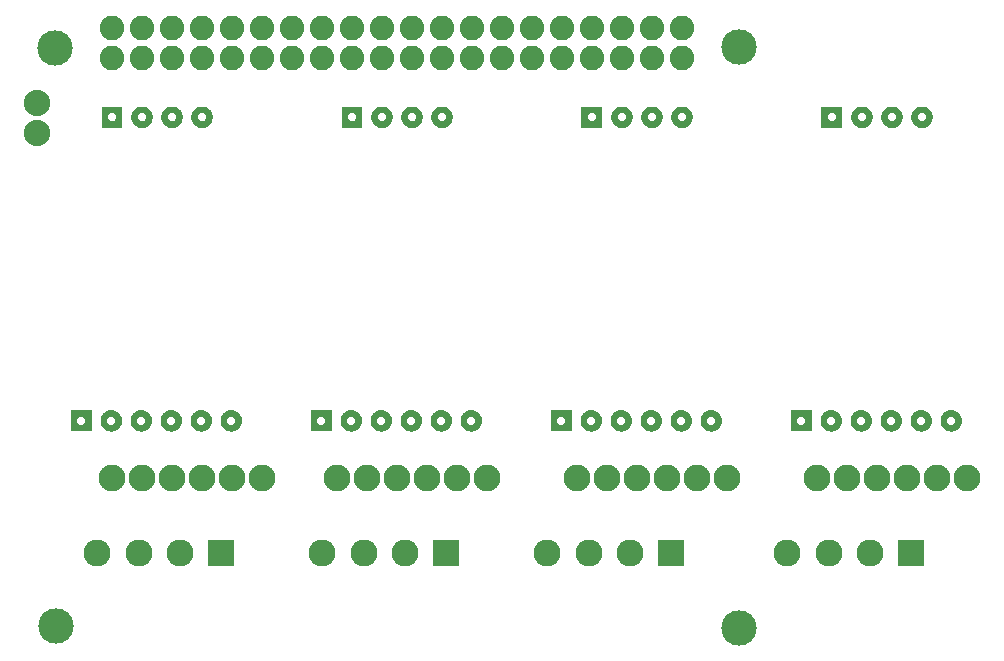
<source format=gts>
G04 MADE WITH FRITZING*
G04 WWW.FRITZING.ORG*
G04 DOUBLE SIDED*
G04 HOLES PLATED*
G04 CONTOUR ON CENTER OF CONTOUR VECTOR*
%ASAXBY*%
%FSLAX23Y23*%
%MOIN*%
%OFA0B0*%
%SFA1.0B1.0*%
%ADD10C,0.089370*%
%ADD11C,0.090000*%
%ADD12C,0.088000*%
%ADD13C,0.081889*%
%ADD14C,0.081917*%
%ADD15C,0.118268*%
%ADD16R,0.090000X0.090000*%
%ADD17R,0.001000X0.001000*%
%LNMASK1*%
G90*
G70*
G54D10*
X2993Y638D03*
X3093Y638D03*
X3193Y638D03*
X2693Y638D03*
X2793Y638D03*
X2893Y638D03*
X2193Y638D03*
X2293Y638D03*
X2393Y638D03*
X1893Y638D03*
X1993Y638D03*
X2093Y638D03*
X1393Y638D03*
X1493Y638D03*
X1593Y638D03*
X1093Y638D03*
X1193Y638D03*
X1293Y638D03*
X643Y638D03*
X743Y638D03*
X843Y638D03*
X343Y638D03*
X443Y638D03*
X543Y638D03*
G54D11*
X707Y388D03*
X569Y388D03*
X431Y388D03*
X293Y388D03*
X3007Y388D03*
X2869Y388D03*
X2731Y388D03*
X2593Y388D03*
X1457Y388D03*
X1319Y388D03*
X1181Y388D03*
X1043Y388D03*
X2207Y388D03*
X2069Y388D03*
X1931Y388D03*
X1793Y388D03*
G54D12*
X93Y1888D03*
X93Y1788D03*
G54D13*
X343Y2038D03*
X443Y2038D03*
X543Y2038D03*
X643Y2038D03*
G54D14*
X743Y2038D03*
G54D13*
X843Y2038D03*
X943Y2038D03*
X1043Y2038D03*
X1143Y2038D03*
G54D14*
X1243Y2038D03*
G54D13*
X1343Y2038D03*
G54D14*
X1443Y2038D03*
G54D13*
X1543Y2038D03*
X1643Y2038D03*
X1743Y2038D03*
X1843Y2038D03*
G54D14*
X1943Y2038D03*
G54D13*
X2043Y2038D03*
X2143Y2038D03*
X2243Y2038D03*
X2243Y2138D03*
X2143Y2138D03*
X2043Y2138D03*
G54D14*
X1943Y2138D03*
G54D13*
X1843Y2138D03*
X1743Y2138D03*
X1643Y2138D03*
X1543Y2138D03*
G54D14*
X1443Y2138D03*
G54D13*
X1343Y2138D03*
G54D14*
X1243Y2138D03*
G54D13*
X1143Y2138D03*
X1043Y2138D03*
X943Y2138D03*
X843Y2138D03*
G54D14*
X743Y2138D03*
G54D13*
X643Y2138D03*
X543Y2138D03*
X443Y2138D03*
X343Y2138D03*
G54D15*
X2433Y2072D03*
X153Y2071D03*
X157Y142D03*
X2432Y138D03*
G54D16*
X707Y388D03*
X3007Y388D03*
X1457Y388D03*
X2207Y388D03*
G54D17*
X437Y1874D02*
X449Y1874D01*
X537Y1874D02*
X549Y1874D01*
X637Y1874D02*
X649Y1874D01*
X1237Y1874D02*
X1249Y1874D01*
X1337Y1874D02*
X1349Y1874D01*
X1437Y1874D02*
X1449Y1874D01*
X2037Y1874D02*
X2049Y1874D01*
X2137Y1874D02*
X2149Y1874D01*
X2237Y1874D02*
X2249Y1874D01*
X2837Y1874D02*
X2849Y1874D01*
X2937Y1874D02*
X2949Y1874D01*
X3037Y1874D02*
X3049Y1874D01*
X309Y1873D02*
X377Y1873D01*
X433Y1873D02*
X453Y1873D01*
X533Y1873D02*
X553Y1873D01*
X633Y1873D02*
X653Y1873D01*
X1109Y1873D02*
X1177Y1873D01*
X1233Y1873D02*
X1253Y1873D01*
X1333Y1873D02*
X1353Y1873D01*
X1433Y1873D02*
X1453Y1873D01*
X1908Y1873D02*
X1977Y1873D01*
X2033Y1873D02*
X2053Y1873D01*
X2133Y1873D02*
X2153Y1873D01*
X2233Y1873D02*
X2253Y1873D01*
X2708Y1873D02*
X2777Y1873D01*
X2833Y1873D02*
X2853Y1873D01*
X2933Y1873D02*
X2953Y1873D01*
X3033Y1873D02*
X3053Y1873D01*
X309Y1872D02*
X377Y1872D01*
X430Y1872D02*
X456Y1872D01*
X530Y1872D02*
X556Y1872D01*
X630Y1872D02*
X656Y1872D01*
X1109Y1872D02*
X1177Y1872D01*
X1230Y1872D02*
X1256Y1872D01*
X1330Y1872D02*
X1356Y1872D01*
X1430Y1872D02*
X1456Y1872D01*
X1908Y1872D02*
X1977Y1872D01*
X2030Y1872D02*
X2055Y1872D01*
X2130Y1872D02*
X2156Y1872D01*
X2230Y1872D02*
X2256Y1872D01*
X2708Y1872D02*
X2777Y1872D01*
X2830Y1872D02*
X2855Y1872D01*
X2930Y1872D02*
X2955Y1872D01*
X3030Y1872D02*
X3055Y1872D01*
X309Y1871D02*
X377Y1871D01*
X428Y1871D02*
X458Y1871D01*
X528Y1871D02*
X558Y1871D01*
X628Y1871D02*
X658Y1871D01*
X1109Y1871D02*
X1177Y1871D01*
X1228Y1871D02*
X1258Y1871D01*
X1328Y1871D02*
X1358Y1871D01*
X1428Y1871D02*
X1458Y1871D01*
X1908Y1871D02*
X1977Y1871D01*
X2028Y1871D02*
X2058Y1871D01*
X2128Y1871D02*
X2158Y1871D01*
X2228Y1871D02*
X2258Y1871D01*
X2708Y1871D02*
X2777Y1871D01*
X2828Y1871D02*
X2858Y1871D01*
X2928Y1871D02*
X2958Y1871D01*
X3028Y1871D02*
X3058Y1871D01*
X309Y1870D02*
X377Y1870D01*
X426Y1870D02*
X460Y1870D01*
X526Y1870D02*
X560Y1870D01*
X626Y1870D02*
X660Y1870D01*
X1109Y1870D02*
X1177Y1870D01*
X1226Y1870D02*
X1260Y1870D01*
X1326Y1870D02*
X1360Y1870D01*
X1426Y1870D02*
X1460Y1870D01*
X1908Y1870D02*
X1977Y1870D01*
X2026Y1870D02*
X2060Y1870D01*
X2126Y1870D02*
X2160Y1870D01*
X2226Y1870D02*
X2260Y1870D01*
X2708Y1870D02*
X2777Y1870D01*
X2826Y1870D02*
X2860Y1870D01*
X2926Y1870D02*
X2960Y1870D01*
X3026Y1870D02*
X3060Y1870D01*
X309Y1869D02*
X377Y1869D01*
X424Y1869D02*
X462Y1869D01*
X524Y1869D02*
X562Y1869D01*
X624Y1869D02*
X662Y1869D01*
X1109Y1869D02*
X1177Y1869D01*
X1224Y1869D02*
X1261Y1869D01*
X1324Y1869D02*
X1361Y1869D01*
X1424Y1869D02*
X1462Y1869D01*
X1908Y1869D02*
X1977Y1869D01*
X2024Y1869D02*
X2061Y1869D01*
X2124Y1869D02*
X2161Y1869D01*
X2224Y1869D02*
X2261Y1869D01*
X2708Y1869D02*
X2777Y1869D01*
X2824Y1869D02*
X2861Y1869D01*
X2924Y1869D02*
X2961Y1869D01*
X3024Y1869D02*
X3061Y1869D01*
X309Y1868D02*
X377Y1868D01*
X423Y1868D02*
X463Y1868D01*
X523Y1868D02*
X563Y1868D01*
X623Y1868D02*
X663Y1868D01*
X1109Y1868D02*
X1177Y1868D01*
X1223Y1868D02*
X1263Y1868D01*
X1323Y1868D02*
X1363Y1868D01*
X1423Y1868D02*
X1463Y1868D01*
X1908Y1868D02*
X1977Y1868D01*
X2023Y1868D02*
X2063Y1868D01*
X2123Y1868D02*
X2163Y1868D01*
X2223Y1868D02*
X2263Y1868D01*
X2708Y1868D02*
X2777Y1868D01*
X2822Y1868D02*
X2863Y1868D01*
X2923Y1868D02*
X2963Y1868D01*
X3023Y1868D02*
X3063Y1868D01*
X309Y1867D02*
X377Y1867D01*
X421Y1867D02*
X464Y1867D01*
X521Y1867D02*
X564Y1867D01*
X621Y1867D02*
X664Y1867D01*
X1109Y1867D02*
X1177Y1867D01*
X1221Y1867D02*
X1264Y1867D01*
X1321Y1867D02*
X1364Y1867D01*
X1421Y1867D02*
X1464Y1867D01*
X1908Y1867D02*
X1977Y1867D01*
X2021Y1867D02*
X2064Y1867D01*
X2121Y1867D02*
X2164Y1867D01*
X2221Y1867D02*
X2264Y1867D01*
X2708Y1867D02*
X2777Y1867D01*
X2821Y1867D02*
X2864Y1867D01*
X2921Y1867D02*
X2964Y1867D01*
X3021Y1867D02*
X3064Y1867D01*
X309Y1866D02*
X377Y1866D01*
X420Y1866D02*
X466Y1866D01*
X520Y1866D02*
X566Y1866D01*
X620Y1866D02*
X666Y1866D01*
X1109Y1866D02*
X1177Y1866D01*
X1220Y1866D02*
X1266Y1866D01*
X1320Y1866D02*
X1366Y1866D01*
X1420Y1866D02*
X1466Y1866D01*
X1908Y1866D02*
X1977Y1866D01*
X2020Y1866D02*
X2066Y1866D01*
X2120Y1866D02*
X2166Y1866D01*
X2220Y1866D02*
X2266Y1866D01*
X2708Y1866D02*
X2777Y1866D01*
X2820Y1866D02*
X2866Y1866D01*
X2920Y1866D02*
X2966Y1866D01*
X3020Y1866D02*
X3066Y1866D01*
X309Y1865D02*
X377Y1865D01*
X419Y1865D02*
X467Y1865D01*
X519Y1865D02*
X567Y1865D01*
X619Y1865D02*
X667Y1865D01*
X1109Y1865D02*
X1177Y1865D01*
X1219Y1865D02*
X1267Y1865D01*
X1319Y1865D02*
X1367Y1865D01*
X1419Y1865D02*
X1467Y1865D01*
X1908Y1865D02*
X1977Y1865D01*
X2019Y1865D02*
X2067Y1865D01*
X2119Y1865D02*
X2167Y1865D01*
X2219Y1865D02*
X2267Y1865D01*
X2708Y1865D02*
X2777Y1865D01*
X2819Y1865D02*
X2867Y1865D01*
X2919Y1865D02*
X2967Y1865D01*
X3019Y1865D02*
X3067Y1865D01*
X309Y1864D02*
X377Y1864D01*
X418Y1864D02*
X468Y1864D01*
X518Y1864D02*
X568Y1864D01*
X618Y1864D02*
X668Y1864D01*
X1109Y1864D02*
X1177Y1864D01*
X1218Y1864D02*
X1268Y1864D01*
X1318Y1864D02*
X1368Y1864D01*
X1418Y1864D02*
X1468Y1864D01*
X1908Y1864D02*
X1977Y1864D01*
X2018Y1864D02*
X2068Y1864D01*
X2118Y1864D02*
X2168Y1864D01*
X2218Y1864D02*
X2268Y1864D01*
X2708Y1864D02*
X2777Y1864D01*
X2818Y1864D02*
X2868Y1864D01*
X2918Y1864D02*
X2968Y1864D01*
X3018Y1864D02*
X3068Y1864D01*
X309Y1863D02*
X377Y1863D01*
X417Y1863D02*
X469Y1863D01*
X517Y1863D02*
X569Y1863D01*
X617Y1863D02*
X669Y1863D01*
X1109Y1863D02*
X1177Y1863D01*
X1217Y1863D02*
X1269Y1863D01*
X1317Y1863D02*
X1369Y1863D01*
X1417Y1863D02*
X1469Y1863D01*
X1908Y1863D02*
X1977Y1863D01*
X2017Y1863D02*
X2069Y1863D01*
X2117Y1863D02*
X2169Y1863D01*
X2217Y1863D02*
X2269Y1863D01*
X2708Y1863D02*
X2777Y1863D01*
X2817Y1863D02*
X2869Y1863D01*
X2917Y1863D02*
X2969Y1863D01*
X3017Y1863D02*
X3069Y1863D01*
X309Y1862D02*
X377Y1862D01*
X416Y1862D02*
X470Y1862D01*
X516Y1862D02*
X570Y1862D01*
X616Y1862D02*
X670Y1862D01*
X1109Y1862D02*
X1177Y1862D01*
X1216Y1862D02*
X1270Y1862D01*
X1316Y1862D02*
X1370Y1862D01*
X1416Y1862D02*
X1470Y1862D01*
X1908Y1862D02*
X1977Y1862D01*
X2016Y1862D02*
X2070Y1862D01*
X2116Y1862D02*
X2170Y1862D01*
X2216Y1862D02*
X2270Y1862D01*
X2708Y1862D02*
X2777Y1862D01*
X2816Y1862D02*
X2870Y1862D01*
X2916Y1862D02*
X2970Y1862D01*
X3016Y1862D02*
X3070Y1862D01*
X309Y1861D02*
X377Y1861D01*
X415Y1861D02*
X470Y1861D01*
X515Y1861D02*
X571Y1861D01*
X615Y1861D02*
X671Y1861D01*
X1109Y1861D02*
X1177Y1861D01*
X1215Y1861D02*
X1270Y1861D01*
X1315Y1861D02*
X1370Y1861D01*
X1415Y1861D02*
X1470Y1861D01*
X1908Y1861D02*
X1977Y1861D01*
X2015Y1861D02*
X2070Y1861D01*
X2115Y1861D02*
X2170Y1861D01*
X2215Y1861D02*
X2270Y1861D01*
X2708Y1861D02*
X2777Y1861D01*
X2815Y1861D02*
X2870Y1861D01*
X2915Y1861D02*
X2970Y1861D01*
X3015Y1861D02*
X3070Y1861D01*
X309Y1860D02*
X377Y1860D01*
X414Y1860D02*
X471Y1860D01*
X514Y1860D02*
X571Y1860D01*
X614Y1860D02*
X671Y1860D01*
X1109Y1860D02*
X1177Y1860D01*
X1214Y1860D02*
X1271Y1860D01*
X1314Y1860D02*
X1371Y1860D01*
X1414Y1860D02*
X1471Y1860D01*
X1908Y1860D02*
X1977Y1860D01*
X2014Y1860D02*
X2071Y1860D01*
X2114Y1860D02*
X2171Y1860D01*
X2214Y1860D02*
X2271Y1860D01*
X2708Y1860D02*
X2777Y1860D01*
X2814Y1860D02*
X2871Y1860D01*
X2914Y1860D02*
X2971Y1860D01*
X3014Y1860D02*
X3071Y1860D01*
X309Y1859D02*
X377Y1859D01*
X414Y1859D02*
X472Y1859D01*
X514Y1859D02*
X572Y1859D01*
X614Y1859D02*
X672Y1859D01*
X1109Y1859D02*
X1177Y1859D01*
X1214Y1859D02*
X1272Y1859D01*
X1314Y1859D02*
X1372Y1859D01*
X1414Y1859D02*
X1472Y1859D01*
X1908Y1859D02*
X1977Y1859D01*
X2014Y1859D02*
X2072Y1859D01*
X2114Y1859D02*
X2172Y1859D01*
X2214Y1859D02*
X2272Y1859D01*
X2708Y1859D02*
X2777Y1859D01*
X2814Y1859D02*
X2872Y1859D01*
X2914Y1859D02*
X2972Y1859D01*
X3014Y1859D02*
X3072Y1859D01*
X309Y1858D02*
X377Y1858D01*
X413Y1858D02*
X473Y1858D01*
X513Y1858D02*
X573Y1858D01*
X613Y1858D02*
X673Y1858D01*
X1109Y1858D02*
X1177Y1858D01*
X1213Y1858D02*
X1273Y1858D01*
X1313Y1858D02*
X1373Y1858D01*
X1413Y1858D02*
X1473Y1858D01*
X1908Y1858D02*
X1977Y1858D01*
X2013Y1858D02*
X2072Y1858D01*
X2113Y1858D02*
X2173Y1858D01*
X2213Y1858D02*
X2273Y1858D01*
X2708Y1858D02*
X2777Y1858D01*
X2813Y1858D02*
X2872Y1858D01*
X2913Y1858D02*
X2972Y1858D01*
X3013Y1858D02*
X3072Y1858D01*
X309Y1857D02*
X377Y1857D01*
X413Y1857D02*
X473Y1857D01*
X513Y1857D02*
X573Y1857D01*
X613Y1857D02*
X673Y1857D01*
X1109Y1857D02*
X1177Y1857D01*
X1212Y1857D02*
X1273Y1857D01*
X1312Y1857D02*
X1373Y1857D01*
X1412Y1857D02*
X1473Y1857D01*
X1908Y1857D02*
X1977Y1857D01*
X2012Y1857D02*
X2073Y1857D01*
X2112Y1857D02*
X2173Y1857D01*
X2212Y1857D02*
X2273Y1857D01*
X2708Y1857D02*
X2777Y1857D01*
X2812Y1857D02*
X2873Y1857D01*
X2912Y1857D02*
X2973Y1857D01*
X3012Y1857D02*
X3073Y1857D01*
X309Y1856D02*
X377Y1856D01*
X412Y1856D02*
X474Y1856D01*
X512Y1856D02*
X574Y1856D01*
X612Y1856D02*
X674Y1856D01*
X1109Y1856D02*
X1177Y1856D01*
X1212Y1856D02*
X1274Y1856D01*
X1312Y1856D02*
X1374Y1856D01*
X1412Y1856D02*
X1474Y1856D01*
X1908Y1856D02*
X1977Y1856D01*
X2012Y1856D02*
X2074Y1856D01*
X2112Y1856D02*
X2174Y1856D01*
X2212Y1856D02*
X2274Y1856D01*
X2708Y1856D02*
X2777Y1856D01*
X2812Y1856D02*
X2874Y1856D01*
X2912Y1856D02*
X2974Y1856D01*
X3012Y1856D02*
X3074Y1856D01*
X309Y1855D02*
X377Y1855D01*
X411Y1855D02*
X474Y1855D01*
X511Y1855D02*
X574Y1855D01*
X611Y1855D02*
X674Y1855D01*
X1109Y1855D02*
X1177Y1855D01*
X1211Y1855D02*
X1274Y1855D01*
X1311Y1855D02*
X1374Y1855D01*
X1411Y1855D02*
X1474Y1855D01*
X1908Y1855D02*
X1977Y1855D01*
X2011Y1855D02*
X2074Y1855D01*
X2111Y1855D02*
X2174Y1855D01*
X2211Y1855D02*
X2274Y1855D01*
X2708Y1855D02*
X2777Y1855D01*
X2811Y1855D02*
X2874Y1855D01*
X2911Y1855D02*
X2974Y1855D01*
X3011Y1855D02*
X3074Y1855D01*
X309Y1854D02*
X377Y1854D01*
X411Y1854D02*
X475Y1854D01*
X511Y1854D02*
X575Y1854D01*
X611Y1854D02*
X675Y1854D01*
X1109Y1854D02*
X1177Y1854D01*
X1211Y1854D02*
X1275Y1854D01*
X1311Y1854D02*
X1375Y1854D01*
X1411Y1854D02*
X1475Y1854D01*
X1908Y1854D02*
X1977Y1854D01*
X2011Y1854D02*
X2075Y1854D01*
X2111Y1854D02*
X2175Y1854D01*
X2211Y1854D02*
X2275Y1854D01*
X2708Y1854D02*
X2777Y1854D01*
X2811Y1854D02*
X2875Y1854D01*
X2911Y1854D02*
X2975Y1854D01*
X3011Y1854D02*
X3075Y1854D01*
X309Y1853D02*
X377Y1853D01*
X410Y1853D02*
X475Y1853D01*
X510Y1853D02*
X575Y1853D01*
X610Y1853D02*
X675Y1853D01*
X1109Y1853D02*
X1177Y1853D01*
X1210Y1853D02*
X1275Y1853D01*
X1310Y1853D02*
X1375Y1853D01*
X1410Y1853D02*
X1475Y1853D01*
X1908Y1853D02*
X1977Y1853D01*
X2010Y1853D02*
X2075Y1853D01*
X2110Y1853D02*
X2175Y1853D01*
X2210Y1853D02*
X2275Y1853D01*
X2708Y1853D02*
X2777Y1853D01*
X2810Y1853D02*
X2875Y1853D01*
X2910Y1853D02*
X2975Y1853D01*
X3010Y1853D02*
X3075Y1853D01*
X309Y1852D02*
X340Y1852D01*
X346Y1852D02*
X377Y1852D01*
X410Y1852D02*
X440Y1852D01*
X446Y1852D02*
X476Y1852D01*
X510Y1852D02*
X540Y1852D01*
X546Y1852D02*
X576Y1852D01*
X610Y1852D02*
X640Y1852D01*
X646Y1852D02*
X676Y1852D01*
X1109Y1852D02*
X1140Y1852D01*
X1146Y1852D02*
X1177Y1852D01*
X1210Y1852D02*
X1240Y1852D01*
X1246Y1852D02*
X1276Y1852D01*
X1310Y1852D02*
X1340Y1852D01*
X1346Y1852D02*
X1376Y1852D01*
X1410Y1852D02*
X1440Y1852D01*
X1446Y1852D02*
X1476Y1852D01*
X1908Y1852D02*
X1940Y1852D01*
X1946Y1852D02*
X1977Y1852D01*
X2010Y1852D02*
X2040Y1852D01*
X2046Y1852D02*
X2076Y1852D01*
X2110Y1852D02*
X2140Y1852D01*
X2146Y1852D02*
X2176Y1852D01*
X2210Y1852D02*
X2240Y1852D01*
X2246Y1852D02*
X2276Y1852D01*
X2708Y1852D02*
X2740Y1852D01*
X2746Y1852D02*
X2777Y1852D01*
X2810Y1852D02*
X2840Y1852D01*
X2846Y1852D02*
X2875Y1852D01*
X2910Y1852D02*
X2940Y1852D01*
X2946Y1852D02*
X2976Y1852D01*
X3010Y1852D02*
X3040Y1852D01*
X3046Y1852D02*
X3076Y1852D01*
X309Y1851D02*
X337Y1851D01*
X349Y1851D02*
X377Y1851D01*
X410Y1851D02*
X437Y1851D01*
X449Y1851D02*
X476Y1851D01*
X510Y1851D02*
X537Y1851D01*
X549Y1851D02*
X576Y1851D01*
X610Y1851D02*
X637Y1851D01*
X649Y1851D02*
X676Y1851D01*
X1109Y1851D02*
X1137Y1851D01*
X1149Y1851D02*
X1177Y1851D01*
X1210Y1851D02*
X1237Y1851D01*
X1249Y1851D02*
X1276Y1851D01*
X1310Y1851D02*
X1337Y1851D01*
X1349Y1851D02*
X1376Y1851D01*
X1410Y1851D02*
X1437Y1851D01*
X1449Y1851D02*
X1476Y1851D01*
X1908Y1851D02*
X1937Y1851D01*
X1949Y1851D02*
X1977Y1851D01*
X2010Y1851D02*
X2037Y1851D01*
X2049Y1851D02*
X2076Y1851D01*
X2110Y1851D02*
X2137Y1851D01*
X2149Y1851D02*
X2176Y1851D01*
X2210Y1851D02*
X2237Y1851D01*
X2249Y1851D02*
X2276Y1851D01*
X2708Y1851D02*
X2736Y1851D01*
X2749Y1851D02*
X2777Y1851D01*
X2810Y1851D02*
X2836Y1851D01*
X2849Y1851D02*
X2876Y1851D01*
X2910Y1851D02*
X2937Y1851D01*
X2949Y1851D02*
X2976Y1851D01*
X3010Y1851D02*
X3036Y1851D01*
X3049Y1851D02*
X3076Y1851D01*
X309Y1850D02*
X335Y1850D01*
X351Y1850D02*
X377Y1850D01*
X409Y1850D02*
X435Y1850D01*
X451Y1850D02*
X476Y1850D01*
X509Y1850D02*
X535Y1850D01*
X551Y1850D02*
X576Y1850D01*
X609Y1850D02*
X635Y1850D01*
X651Y1850D02*
X676Y1850D01*
X1109Y1850D02*
X1135Y1850D01*
X1151Y1850D02*
X1177Y1850D01*
X1209Y1850D02*
X1235Y1850D01*
X1251Y1850D02*
X1276Y1850D01*
X1309Y1850D02*
X1335Y1850D01*
X1351Y1850D02*
X1376Y1850D01*
X1409Y1850D02*
X1435Y1850D01*
X1451Y1850D02*
X1476Y1850D01*
X1908Y1850D02*
X1935Y1850D01*
X1951Y1850D02*
X1977Y1850D01*
X2009Y1850D02*
X2035Y1850D01*
X2051Y1850D02*
X2076Y1850D01*
X2109Y1850D02*
X2135Y1850D01*
X2151Y1850D02*
X2176Y1850D01*
X2209Y1850D02*
X2235Y1850D01*
X2251Y1850D02*
X2276Y1850D01*
X2708Y1850D02*
X2735Y1850D01*
X2751Y1850D02*
X2777Y1850D01*
X2809Y1850D02*
X2835Y1850D01*
X2851Y1850D02*
X2876Y1850D01*
X2909Y1850D02*
X2935Y1850D01*
X2951Y1850D02*
X2976Y1850D01*
X3009Y1850D02*
X3035Y1850D01*
X3051Y1850D02*
X3076Y1850D01*
X309Y1849D02*
X334Y1849D01*
X352Y1849D02*
X377Y1849D01*
X409Y1849D02*
X434Y1849D01*
X452Y1849D02*
X477Y1849D01*
X509Y1849D02*
X534Y1849D01*
X552Y1849D02*
X577Y1849D01*
X609Y1849D02*
X634Y1849D01*
X652Y1849D02*
X677Y1849D01*
X1109Y1849D02*
X1134Y1849D01*
X1152Y1849D02*
X1177Y1849D01*
X1209Y1849D02*
X1234Y1849D01*
X1252Y1849D02*
X1277Y1849D01*
X1309Y1849D02*
X1334Y1849D01*
X1352Y1849D02*
X1377Y1849D01*
X1409Y1849D02*
X1434Y1849D01*
X1452Y1849D02*
X1477Y1849D01*
X1908Y1849D02*
X1934Y1849D01*
X1952Y1849D02*
X1977Y1849D01*
X2009Y1849D02*
X2034Y1849D01*
X2052Y1849D02*
X2077Y1849D01*
X2109Y1849D02*
X2134Y1849D01*
X2152Y1849D02*
X2177Y1849D01*
X2209Y1849D02*
X2234Y1849D01*
X2252Y1849D02*
X2277Y1849D01*
X2708Y1849D02*
X2734Y1849D01*
X2752Y1849D02*
X2777Y1849D01*
X2809Y1849D02*
X2834Y1849D01*
X2852Y1849D02*
X2877Y1849D01*
X2909Y1849D02*
X2934Y1849D01*
X2952Y1849D02*
X2977Y1849D01*
X3009Y1849D02*
X3034Y1849D01*
X3052Y1849D02*
X3077Y1849D01*
X309Y1848D02*
X333Y1848D01*
X353Y1848D02*
X377Y1848D01*
X409Y1848D02*
X433Y1848D01*
X453Y1848D02*
X477Y1848D01*
X509Y1848D02*
X533Y1848D01*
X553Y1848D02*
X577Y1848D01*
X609Y1848D02*
X633Y1848D01*
X653Y1848D02*
X677Y1848D01*
X1109Y1848D02*
X1133Y1848D01*
X1153Y1848D02*
X1177Y1848D01*
X1209Y1848D02*
X1233Y1848D01*
X1253Y1848D02*
X1277Y1848D01*
X1309Y1848D02*
X1333Y1848D01*
X1353Y1848D02*
X1377Y1848D01*
X1409Y1848D02*
X1433Y1848D01*
X1453Y1848D02*
X1477Y1848D01*
X1908Y1848D02*
X1933Y1848D01*
X1953Y1848D02*
X1977Y1848D01*
X2009Y1848D02*
X2032Y1848D01*
X2053Y1848D02*
X2077Y1848D01*
X2109Y1848D02*
X2133Y1848D01*
X2153Y1848D02*
X2177Y1848D01*
X2209Y1848D02*
X2233Y1848D01*
X2253Y1848D02*
X2277Y1848D01*
X2708Y1848D02*
X2732Y1848D01*
X2753Y1848D02*
X2777Y1848D01*
X2809Y1848D02*
X2832Y1848D01*
X2853Y1848D02*
X2877Y1848D01*
X2909Y1848D02*
X2932Y1848D01*
X2953Y1848D02*
X2977Y1848D01*
X3009Y1848D02*
X3032Y1848D01*
X3053Y1848D02*
X3077Y1848D01*
X309Y1847D02*
X332Y1847D01*
X354Y1847D02*
X377Y1847D01*
X408Y1847D02*
X432Y1847D01*
X454Y1847D02*
X477Y1847D01*
X508Y1847D02*
X532Y1847D01*
X554Y1847D02*
X577Y1847D01*
X608Y1847D02*
X632Y1847D01*
X654Y1847D02*
X677Y1847D01*
X1109Y1847D02*
X1132Y1847D01*
X1154Y1847D02*
X1177Y1847D01*
X1208Y1847D02*
X1232Y1847D01*
X1254Y1847D02*
X1277Y1847D01*
X1308Y1847D02*
X1332Y1847D01*
X1354Y1847D02*
X1377Y1847D01*
X1408Y1847D02*
X1432Y1847D01*
X1454Y1847D02*
X1477Y1847D01*
X1908Y1847D02*
X1932Y1847D01*
X1954Y1847D02*
X1977Y1847D01*
X2008Y1847D02*
X2032Y1847D01*
X2054Y1847D02*
X2077Y1847D01*
X2108Y1847D02*
X2132Y1847D01*
X2154Y1847D02*
X2177Y1847D01*
X2208Y1847D02*
X2232Y1847D01*
X2254Y1847D02*
X2277Y1847D01*
X2708Y1847D02*
X2732Y1847D01*
X2754Y1847D02*
X2777Y1847D01*
X2808Y1847D02*
X2832Y1847D01*
X2854Y1847D02*
X2877Y1847D01*
X2908Y1847D02*
X2932Y1847D01*
X2954Y1847D02*
X2977Y1847D01*
X3008Y1847D02*
X3032Y1847D01*
X3054Y1847D02*
X3077Y1847D01*
X309Y1846D02*
X331Y1846D01*
X355Y1846D02*
X377Y1846D01*
X408Y1846D02*
X431Y1846D01*
X455Y1846D02*
X478Y1846D01*
X508Y1846D02*
X531Y1846D01*
X555Y1846D02*
X578Y1846D01*
X608Y1846D02*
X631Y1846D01*
X655Y1846D02*
X678Y1846D01*
X1109Y1846D02*
X1131Y1846D01*
X1155Y1846D02*
X1177Y1846D01*
X1208Y1846D02*
X1231Y1846D01*
X1255Y1846D02*
X1277Y1846D01*
X1308Y1846D02*
X1331Y1846D01*
X1355Y1846D02*
X1377Y1846D01*
X1408Y1846D02*
X1431Y1846D01*
X1455Y1846D02*
X1477Y1846D01*
X1908Y1846D02*
X1931Y1846D01*
X1955Y1846D02*
X1977Y1846D01*
X2008Y1846D02*
X2031Y1846D01*
X2055Y1846D02*
X2077Y1846D01*
X2108Y1846D02*
X2131Y1846D01*
X2155Y1846D02*
X2177Y1846D01*
X2208Y1846D02*
X2231Y1846D01*
X2255Y1846D02*
X2277Y1846D01*
X2708Y1846D02*
X2731Y1846D01*
X2755Y1846D02*
X2777Y1846D01*
X2808Y1846D02*
X2831Y1846D01*
X2855Y1846D02*
X2877Y1846D01*
X2908Y1846D02*
X2931Y1846D01*
X2955Y1846D02*
X2977Y1846D01*
X3008Y1846D02*
X3031Y1846D01*
X3055Y1846D02*
X3077Y1846D01*
X309Y1845D02*
X330Y1845D01*
X355Y1845D02*
X377Y1845D01*
X408Y1845D02*
X430Y1845D01*
X455Y1845D02*
X478Y1845D01*
X508Y1845D02*
X530Y1845D01*
X555Y1845D02*
X578Y1845D01*
X608Y1845D02*
X630Y1845D01*
X655Y1845D02*
X678Y1845D01*
X1109Y1845D02*
X1130Y1845D01*
X1155Y1845D02*
X1177Y1845D01*
X1208Y1845D02*
X1230Y1845D01*
X1255Y1845D02*
X1278Y1845D01*
X1308Y1845D02*
X1330Y1845D01*
X1355Y1845D02*
X1378Y1845D01*
X1408Y1845D02*
X1430Y1845D01*
X1455Y1845D02*
X1478Y1845D01*
X1908Y1845D02*
X1930Y1845D01*
X1955Y1845D02*
X1977Y1845D01*
X2008Y1845D02*
X2030Y1845D01*
X2055Y1845D02*
X2078Y1845D01*
X2108Y1845D02*
X2130Y1845D01*
X2155Y1845D02*
X2178Y1845D01*
X2208Y1845D02*
X2230Y1845D01*
X2255Y1845D02*
X2278Y1845D01*
X2708Y1845D02*
X2730Y1845D01*
X2755Y1845D02*
X2777Y1845D01*
X2808Y1845D02*
X2830Y1845D01*
X2855Y1845D02*
X2878Y1845D01*
X2908Y1845D02*
X2930Y1845D01*
X2955Y1845D02*
X2978Y1845D01*
X3008Y1845D02*
X3030Y1845D01*
X3055Y1845D02*
X3078Y1845D01*
X309Y1844D02*
X330Y1844D01*
X356Y1844D02*
X377Y1844D01*
X408Y1844D02*
X430Y1844D01*
X456Y1844D02*
X478Y1844D01*
X508Y1844D02*
X530Y1844D01*
X556Y1844D02*
X578Y1844D01*
X608Y1844D02*
X630Y1844D01*
X656Y1844D02*
X678Y1844D01*
X1109Y1844D02*
X1130Y1844D01*
X1156Y1844D02*
X1177Y1844D01*
X1208Y1844D02*
X1230Y1844D01*
X1256Y1844D02*
X1278Y1844D01*
X1308Y1844D02*
X1330Y1844D01*
X1356Y1844D02*
X1378Y1844D01*
X1408Y1844D02*
X1430Y1844D01*
X1456Y1844D02*
X1478Y1844D01*
X1908Y1844D02*
X1930Y1844D01*
X1956Y1844D02*
X1977Y1844D01*
X2008Y1844D02*
X2030Y1844D01*
X2056Y1844D02*
X2078Y1844D01*
X2108Y1844D02*
X2130Y1844D01*
X2156Y1844D02*
X2178Y1844D01*
X2208Y1844D02*
X2230Y1844D01*
X2256Y1844D02*
X2278Y1844D01*
X2708Y1844D02*
X2730Y1844D01*
X2756Y1844D02*
X2777Y1844D01*
X2808Y1844D02*
X2830Y1844D01*
X2856Y1844D02*
X2878Y1844D01*
X2908Y1844D02*
X2930Y1844D01*
X2956Y1844D02*
X2978Y1844D01*
X3008Y1844D02*
X3030Y1844D01*
X3056Y1844D02*
X3078Y1844D01*
X309Y1843D02*
X330Y1843D01*
X356Y1843D02*
X377Y1843D01*
X408Y1843D02*
X430Y1843D01*
X456Y1843D02*
X478Y1843D01*
X508Y1843D02*
X530Y1843D01*
X556Y1843D02*
X578Y1843D01*
X608Y1843D02*
X630Y1843D01*
X656Y1843D02*
X678Y1843D01*
X1109Y1843D02*
X1129Y1843D01*
X1156Y1843D02*
X1177Y1843D01*
X1208Y1843D02*
X1229Y1843D01*
X1256Y1843D02*
X1278Y1843D01*
X1308Y1843D02*
X1329Y1843D01*
X1356Y1843D02*
X1378Y1843D01*
X1408Y1843D02*
X1429Y1843D01*
X1456Y1843D02*
X1478Y1843D01*
X1908Y1843D02*
X1929Y1843D01*
X1956Y1843D02*
X1977Y1843D01*
X2008Y1843D02*
X2029Y1843D01*
X2056Y1843D02*
X2078Y1843D01*
X2108Y1843D02*
X2129Y1843D01*
X2156Y1843D02*
X2178Y1843D01*
X2208Y1843D02*
X2229Y1843D01*
X2256Y1843D02*
X2278Y1843D01*
X2708Y1843D02*
X2729Y1843D01*
X2756Y1843D02*
X2777Y1843D01*
X2808Y1843D02*
X2829Y1843D01*
X2856Y1843D02*
X2878Y1843D01*
X2908Y1843D02*
X2929Y1843D01*
X2956Y1843D02*
X2978Y1843D01*
X3008Y1843D02*
X3029Y1843D01*
X3056Y1843D02*
X3078Y1843D01*
X309Y1842D02*
X329Y1842D01*
X356Y1842D02*
X377Y1842D01*
X408Y1842D02*
X429Y1842D01*
X456Y1842D02*
X478Y1842D01*
X508Y1842D02*
X529Y1842D01*
X557Y1842D02*
X578Y1842D01*
X608Y1842D02*
X629Y1842D01*
X656Y1842D02*
X678Y1842D01*
X1109Y1842D02*
X1129Y1842D01*
X1156Y1842D02*
X1177Y1842D01*
X1208Y1842D02*
X1229Y1842D01*
X1256Y1842D02*
X1278Y1842D01*
X1308Y1842D02*
X1329Y1842D01*
X1356Y1842D02*
X1378Y1842D01*
X1408Y1842D02*
X1429Y1842D01*
X1456Y1842D02*
X1478Y1842D01*
X1908Y1842D02*
X1929Y1842D01*
X1956Y1842D02*
X1977Y1842D01*
X2007Y1842D02*
X2029Y1842D01*
X2056Y1842D02*
X2078Y1842D01*
X2107Y1842D02*
X2129Y1842D01*
X2156Y1842D02*
X2178Y1842D01*
X2207Y1842D02*
X2229Y1842D01*
X2256Y1842D02*
X2278Y1842D01*
X2708Y1842D02*
X2729Y1842D01*
X2756Y1842D02*
X2777Y1842D01*
X2807Y1842D02*
X2829Y1842D01*
X2856Y1842D02*
X2878Y1842D01*
X2907Y1842D02*
X2929Y1842D01*
X2956Y1842D02*
X2978Y1842D01*
X3007Y1842D02*
X3029Y1842D01*
X3056Y1842D02*
X3078Y1842D01*
X309Y1841D02*
X329Y1841D01*
X357Y1841D02*
X377Y1841D01*
X408Y1841D02*
X429Y1841D01*
X457Y1841D02*
X478Y1841D01*
X508Y1841D02*
X529Y1841D01*
X557Y1841D02*
X578Y1841D01*
X608Y1841D02*
X629Y1841D01*
X657Y1841D02*
X678Y1841D01*
X1109Y1841D02*
X1129Y1841D01*
X1157Y1841D02*
X1177Y1841D01*
X1207Y1841D02*
X1229Y1841D01*
X1257Y1841D02*
X1278Y1841D01*
X1307Y1841D02*
X1329Y1841D01*
X1357Y1841D02*
X1378Y1841D01*
X1407Y1841D02*
X1429Y1841D01*
X1457Y1841D02*
X1478Y1841D01*
X1908Y1841D02*
X1929Y1841D01*
X1957Y1841D02*
X1977Y1841D01*
X2007Y1841D02*
X2029Y1841D01*
X2057Y1841D02*
X2078Y1841D01*
X2107Y1841D02*
X2129Y1841D01*
X2157Y1841D02*
X2178Y1841D01*
X2207Y1841D02*
X2229Y1841D01*
X2257Y1841D02*
X2278Y1841D01*
X2708Y1841D02*
X2729Y1841D01*
X2757Y1841D02*
X2777Y1841D01*
X2807Y1841D02*
X2829Y1841D01*
X2857Y1841D02*
X2878Y1841D01*
X2907Y1841D02*
X2929Y1841D01*
X2957Y1841D02*
X2978Y1841D01*
X3007Y1841D02*
X3029Y1841D01*
X3057Y1841D02*
X3078Y1841D01*
X309Y1840D02*
X329Y1840D01*
X357Y1840D02*
X377Y1840D01*
X407Y1840D02*
X429Y1840D01*
X457Y1840D02*
X478Y1840D01*
X507Y1840D02*
X529Y1840D01*
X557Y1840D02*
X578Y1840D01*
X607Y1840D02*
X629Y1840D01*
X657Y1840D02*
X678Y1840D01*
X1109Y1840D02*
X1129Y1840D01*
X1157Y1840D02*
X1177Y1840D01*
X1207Y1840D02*
X1229Y1840D01*
X1257Y1840D02*
X1278Y1840D01*
X1307Y1840D02*
X1329Y1840D01*
X1357Y1840D02*
X1378Y1840D01*
X1407Y1840D02*
X1429Y1840D01*
X1457Y1840D02*
X1478Y1840D01*
X1908Y1840D02*
X1929Y1840D01*
X1957Y1840D02*
X1977Y1840D01*
X2007Y1840D02*
X2029Y1840D01*
X2057Y1840D02*
X2078Y1840D01*
X2107Y1840D02*
X2129Y1840D01*
X2157Y1840D02*
X2178Y1840D01*
X2207Y1840D02*
X2229Y1840D01*
X2257Y1840D02*
X2278Y1840D01*
X2708Y1840D02*
X2729Y1840D01*
X2757Y1840D02*
X2777Y1840D01*
X2807Y1840D02*
X2829Y1840D01*
X2857Y1840D02*
X2878Y1840D01*
X2907Y1840D02*
X2929Y1840D01*
X2957Y1840D02*
X2978Y1840D01*
X3007Y1840D02*
X3029Y1840D01*
X3057Y1840D02*
X3078Y1840D01*
X309Y1839D02*
X329Y1839D01*
X357Y1839D02*
X377Y1839D01*
X407Y1839D02*
X429Y1839D01*
X457Y1839D02*
X478Y1839D01*
X507Y1839D02*
X529Y1839D01*
X557Y1839D02*
X578Y1839D01*
X607Y1839D02*
X629Y1839D01*
X657Y1839D02*
X678Y1839D01*
X1109Y1839D02*
X1129Y1839D01*
X1157Y1839D02*
X1177Y1839D01*
X1207Y1839D02*
X1229Y1839D01*
X1257Y1839D02*
X1278Y1839D01*
X1307Y1839D02*
X1329Y1839D01*
X1357Y1839D02*
X1378Y1839D01*
X1407Y1839D02*
X1429Y1839D01*
X1457Y1839D02*
X1478Y1839D01*
X1908Y1839D02*
X1929Y1839D01*
X1957Y1839D02*
X1977Y1839D01*
X2007Y1839D02*
X2029Y1839D01*
X2057Y1839D02*
X2078Y1839D01*
X2107Y1839D02*
X2129Y1839D01*
X2157Y1839D02*
X2178Y1839D01*
X2207Y1839D02*
X2229Y1839D01*
X2257Y1839D02*
X2278Y1839D01*
X2708Y1839D02*
X2729Y1839D01*
X2757Y1839D02*
X2777Y1839D01*
X2807Y1839D02*
X2829Y1839D01*
X2857Y1839D02*
X2878Y1839D01*
X2907Y1839D02*
X2929Y1839D01*
X2957Y1839D02*
X2978Y1839D01*
X3007Y1839D02*
X3029Y1839D01*
X3057Y1839D02*
X3078Y1839D01*
X309Y1838D02*
X329Y1838D01*
X357Y1838D02*
X377Y1838D01*
X407Y1838D02*
X429Y1838D01*
X457Y1838D02*
X478Y1838D01*
X507Y1838D02*
X529Y1838D01*
X557Y1838D02*
X578Y1838D01*
X607Y1838D02*
X629Y1838D01*
X657Y1838D02*
X678Y1838D01*
X1109Y1838D02*
X1129Y1838D01*
X1157Y1838D02*
X1177Y1838D01*
X1207Y1838D02*
X1229Y1838D01*
X1257Y1838D02*
X1278Y1838D01*
X1307Y1838D02*
X1329Y1838D01*
X1357Y1838D02*
X1378Y1838D01*
X1407Y1838D02*
X1429Y1838D01*
X1457Y1838D02*
X1478Y1838D01*
X1908Y1838D02*
X1929Y1838D01*
X1957Y1838D02*
X1977Y1838D01*
X2007Y1838D02*
X2029Y1838D01*
X2057Y1838D02*
X2078Y1838D01*
X2107Y1838D02*
X2129Y1838D01*
X2157Y1838D02*
X2178Y1838D01*
X2207Y1838D02*
X2229Y1838D01*
X2257Y1838D02*
X2278Y1838D01*
X2708Y1838D02*
X2729Y1838D01*
X2757Y1838D02*
X2777Y1838D01*
X2807Y1838D02*
X2829Y1838D01*
X2857Y1838D02*
X2878Y1838D01*
X2907Y1838D02*
X2929Y1838D01*
X2957Y1838D02*
X2978Y1838D01*
X3007Y1838D02*
X3029Y1838D01*
X3057Y1838D02*
X3078Y1838D01*
X309Y1837D02*
X329Y1837D01*
X357Y1837D02*
X377Y1837D01*
X407Y1837D02*
X429Y1837D01*
X457Y1837D02*
X478Y1837D01*
X507Y1837D02*
X529Y1837D01*
X557Y1837D02*
X578Y1837D01*
X607Y1837D02*
X629Y1837D01*
X657Y1837D02*
X678Y1837D01*
X1109Y1837D02*
X1129Y1837D01*
X1157Y1837D02*
X1177Y1837D01*
X1207Y1837D02*
X1229Y1837D01*
X1257Y1837D02*
X1278Y1837D01*
X1307Y1837D02*
X1329Y1837D01*
X1357Y1837D02*
X1378Y1837D01*
X1407Y1837D02*
X1429Y1837D01*
X1457Y1837D02*
X1478Y1837D01*
X1908Y1837D02*
X1929Y1837D01*
X1957Y1837D02*
X1977Y1837D01*
X2007Y1837D02*
X2029Y1837D01*
X2057Y1837D02*
X2078Y1837D01*
X2107Y1837D02*
X2129Y1837D01*
X2157Y1837D02*
X2178Y1837D01*
X2207Y1837D02*
X2229Y1837D01*
X2257Y1837D02*
X2278Y1837D01*
X2708Y1837D02*
X2729Y1837D01*
X2757Y1837D02*
X2777Y1837D01*
X2807Y1837D02*
X2829Y1837D01*
X2857Y1837D02*
X2878Y1837D01*
X2907Y1837D02*
X2929Y1837D01*
X2957Y1837D02*
X2978Y1837D01*
X3007Y1837D02*
X3029Y1837D01*
X3057Y1837D02*
X3078Y1837D01*
X309Y1836D02*
X329Y1836D01*
X357Y1836D02*
X377Y1836D01*
X408Y1836D02*
X429Y1836D01*
X457Y1836D02*
X478Y1836D01*
X508Y1836D02*
X529Y1836D01*
X557Y1836D02*
X578Y1836D01*
X608Y1836D02*
X629Y1836D01*
X657Y1836D02*
X678Y1836D01*
X1109Y1836D02*
X1129Y1836D01*
X1157Y1836D02*
X1177Y1836D01*
X1207Y1836D02*
X1229Y1836D01*
X1257Y1836D02*
X1278Y1836D01*
X1308Y1836D02*
X1329Y1836D01*
X1357Y1836D02*
X1378Y1836D01*
X1408Y1836D02*
X1429Y1836D01*
X1457Y1836D02*
X1478Y1836D01*
X1908Y1836D02*
X1929Y1836D01*
X1957Y1836D02*
X1977Y1836D01*
X2007Y1836D02*
X2029Y1836D01*
X2057Y1836D02*
X2078Y1836D01*
X2107Y1836D02*
X2129Y1836D01*
X2157Y1836D02*
X2178Y1836D01*
X2207Y1836D02*
X2229Y1836D01*
X2257Y1836D02*
X2278Y1836D01*
X2708Y1836D02*
X2729Y1836D01*
X2756Y1836D02*
X2777Y1836D01*
X2807Y1836D02*
X2829Y1836D01*
X2856Y1836D02*
X2878Y1836D01*
X2907Y1836D02*
X2929Y1836D01*
X2957Y1836D02*
X2978Y1836D01*
X3007Y1836D02*
X3029Y1836D01*
X3056Y1836D02*
X3078Y1836D01*
X309Y1835D02*
X329Y1835D01*
X356Y1835D02*
X377Y1835D01*
X408Y1835D02*
X429Y1835D01*
X456Y1835D02*
X478Y1835D01*
X508Y1835D02*
X529Y1835D01*
X556Y1835D02*
X578Y1835D01*
X608Y1835D02*
X629Y1835D01*
X656Y1835D02*
X678Y1835D01*
X1109Y1835D02*
X1129Y1835D01*
X1156Y1835D02*
X1177Y1835D01*
X1208Y1835D02*
X1229Y1835D01*
X1256Y1835D02*
X1278Y1835D01*
X1308Y1835D02*
X1329Y1835D01*
X1356Y1835D02*
X1378Y1835D01*
X1408Y1835D02*
X1429Y1835D01*
X1456Y1835D02*
X1478Y1835D01*
X1908Y1835D02*
X1929Y1835D01*
X1956Y1835D02*
X1977Y1835D01*
X2008Y1835D02*
X2029Y1835D01*
X2056Y1835D02*
X2078Y1835D01*
X2108Y1835D02*
X2129Y1835D01*
X2156Y1835D02*
X2178Y1835D01*
X2208Y1835D02*
X2229Y1835D01*
X2256Y1835D02*
X2278Y1835D01*
X2708Y1835D02*
X2729Y1835D01*
X2756Y1835D02*
X2777Y1835D01*
X2807Y1835D02*
X2829Y1835D01*
X2856Y1835D02*
X2878Y1835D01*
X2907Y1835D02*
X2929Y1835D01*
X2956Y1835D02*
X2978Y1835D01*
X3007Y1835D02*
X3029Y1835D01*
X3056Y1835D02*
X3078Y1835D01*
X309Y1834D02*
X330Y1834D01*
X356Y1834D02*
X377Y1834D01*
X408Y1834D02*
X430Y1834D01*
X456Y1834D02*
X478Y1834D01*
X508Y1834D02*
X530Y1834D01*
X556Y1834D02*
X578Y1834D01*
X608Y1834D02*
X630Y1834D01*
X656Y1834D02*
X678Y1834D01*
X1109Y1834D02*
X1130Y1834D01*
X1156Y1834D02*
X1177Y1834D01*
X1208Y1834D02*
X1230Y1834D01*
X1256Y1834D02*
X1278Y1834D01*
X1308Y1834D02*
X1330Y1834D01*
X1356Y1834D02*
X1378Y1834D01*
X1408Y1834D02*
X1430Y1834D01*
X1456Y1834D02*
X1478Y1834D01*
X1908Y1834D02*
X1930Y1834D01*
X1956Y1834D02*
X1977Y1834D01*
X2008Y1834D02*
X2030Y1834D01*
X2056Y1834D02*
X2078Y1834D01*
X2108Y1834D02*
X2130Y1834D01*
X2156Y1834D02*
X2178Y1834D01*
X2208Y1834D02*
X2230Y1834D01*
X2256Y1834D02*
X2278Y1834D01*
X2708Y1834D02*
X2729Y1834D01*
X2756Y1834D02*
X2777Y1834D01*
X2808Y1834D02*
X2829Y1834D01*
X2856Y1834D02*
X2878Y1834D01*
X2908Y1834D02*
X2930Y1834D01*
X2956Y1834D02*
X2978Y1834D01*
X3008Y1834D02*
X3030Y1834D01*
X3056Y1834D02*
X3078Y1834D01*
X309Y1833D02*
X330Y1833D01*
X356Y1833D02*
X377Y1833D01*
X408Y1833D02*
X430Y1833D01*
X456Y1833D02*
X478Y1833D01*
X508Y1833D02*
X530Y1833D01*
X556Y1833D02*
X578Y1833D01*
X608Y1833D02*
X630Y1833D01*
X656Y1833D02*
X678Y1833D01*
X1109Y1833D02*
X1130Y1833D01*
X1156Y1833D02*
X1177Y1833D01*
X1208Y1833D02*
X1230Y1833D01*
X1256Y1833D02*
X1278Y1833D01*
X1308Y1833D02*
X1330Y1833D01*
X1356Y1833D02*
X1378Y1833D01*
X1408Y1833D02*
X1430Y1833D01*
X1456Y1833D02*
X1478Y1833D01*
X1908Y1833D02*
X1930Y1833D01*
X1956Y1833D02*
X1977Y1833D01*
X2008Y1833D02*
X2030Y1833D01*
X2056Y1833D02*
X2078Y1833D01*
X2108Y1833D02*
X2130Y1833D01*
X2156Y1833D02*
X2178Y1833D01*
X2208Y1833D02*
X2230Y1833D01*
X2256Y1833D02*
X2278Y1833D01*
X2708Y1833D02*
X2730Y1833D01*
X2756Y1833D02*
X2777Y1833D01*
X2808Y1833D02*
X2830Y1833D01*
X2856Y1833D02*
X2878Y1833D01*
X2908Y1833D02*
X2930Y1833D01*
X2956Y1833D02*
X2978Y1833D01*
X3008Y1833D02*
X3030Y1833D01*
X3056Y1833D02*
X3078Y1833D01*
X309Y1832D02*
X331Y1832D01*
X355Y1832D02*
X377Y1832D01*
X408Y1832D02*
X431Y1832D01*
X455Y1832D02*
X478Y1832D01*
X508Y1832D02*
X531Y1832D01*
X555Y1832D02*
X578Y1832D01*
X608Y1832D02*
X631Y1832D01*
X655Y1832D02*
X678Y1832D01*
X1109Y1832D02*
X1131Y1832D01*
X1155Y1832D02*
X1177Y1832D01*
X1208Y1832D02*
X1231Y1832D01*
X1255Y1832D02*
X1278Y1832D01*
X1308Y1832D02*
X1331Y1832D01*
X1355Y1832D02*
X1378Y1832D01*
X1408Y1832D02*
X1431Y1832D01*
X1455Y1832D02*
X1478Y1832D01*
X1908Y1832D02*
X1931Y1832D01*
X1955Y1832D02*
X1977Y1832D01*
X2008Y1832D02*
X2031Y1832D01*
X2055Y1832D02*
X2078Y1832D01*
X2108Y1832D02*
X2131Y1832D01*
X2155Y1832D02*
X2178Y1832D01*
X2208Y1832D02*
X2231Y1832D01*
X2255Y1832D02*
X2278Y1832D01*
X2708Y1832D02*
X2730Y1832D01*
X2755Y1832D02*
X2777Y1832D01*
X2808Y1832D02*
X2830Y1832D01*
X2855Y1832D02*
X2877Y1832D01*
X2908Y1832D02*
X2930Y1832D01*
X2955Y1832D02*
X2977Y1832D01*
X3008Y1832D02*
X3030Y1832D01*
X3055Y1832D02*
X3077Y1832D01*
X309Y1831D02*
X331Y1831D01*
X354Y1831D02*
X377Y1831D01*
X408Y1831D02*
X431Y1831D01*
X454Y1831D02*
X477Y1831D01*
X508Y1831D02*
X531Y1831D01*
X554Y1831D02*
X577Y1831D01*
X608Y1831D02*
X631Y1831D01*
X654Y1831D02*
X677Y1831D01*
X1109Y1831D02*
X1131Y1831D01*
X1154Y1831D02*
X1177Y1831D01*
X1208Y1831D02*
X1231Y1831D01*
X1254Y1831D02*
X1277Y1831D01*
X1308Y1831D02*
X1331Y1831D01*
X1354Y1831D02*
X1377Y1831D01*
X1408Y1831D02*
X1431Y1831D01*
X1454Y1831D02*
X1477Y1831D01*
X1908Y1831D02*
X1931Y1831D01*
X1954Y1831D02*
X1977Y1831D01*
X2008Y1831D02*
X2031Y1831D01*
X2054Y1831D02*
X2077Y1831D01*
X2108Y1831D02*
X2131Y1831D01*
X2154Y1831D02*
X2177Y1831D01*
X2208Y1831D02*
X2231Y1831D01*
X2254Y1831D02*
X2277Y1831D01*
X2708Y1831D02*
X2731Y1831D01*
X2754Y1831D02*
X2777Y1831D01*
X2808Y1831D02*
X2831Y1831D01*
X2854Y1831D02*
X2877Y1831D01*
X2908Y1831D02*
X2931Y1831D01*
X2954Y1831D02*
X2977Y1831D01*
X3008Y1831D02*
X3031Y1831D01*
X3054Y1831D02*
X3077Y1831D01*
X309Y1830D02*
X332Y1830D01*
X354Y1830D02*
X377Y1830D01*
X409Y1830D02*
X432Y1830D01*
X454Y1830D02*
X477Y1830D01*
X509Y1830D02*
X532Y1830D01*
X554Y1830D02*
X577Y1830D01*
X609Y1830D02*
X632Y1830D01*
X654Y1830D02*
X677Y1830D01*
X1109Y1830D02*
X1132Y1830D01*
X1154Y1830D02*
X1177Y1830D01*
X1209Y1830D02*
X1232Y1830D01*
X1254Y1830D02*
X1277Y1830D01*
X1309Y1830D02*
X1332Y1830D01*
X1354Y1830D02*
X1377Y1830D01*
X1409Y1830D02*
X1432Y1830D01*
X1454Y1830D02*
X1477Y1830D01*
X1908Y1830D02*
X1932Y1830D01*
X1954Y1830D02*
X1977Y1830D01*
X2008Y1830D02*
X2032Y1830D01*
X2054Y1830D02*
X2077Y1830D01*
X2108Y1830D02*
X2132Y1830D01*
X2154Y1830D02*
X2177Y1830D01*
X2208Y1830D02*
X2232Y1830D01*
X2254Y1830D02*
X2277Y1830D01*
X2708Y1830D02*
X2732Y1830D01*
X2753Y1830D02*
X2777Y1830D01*
X2808Y1830D02*
X2832Y1830D01*
X2853Y1830D02*
X2877Y1830D01*
X2908Y1830D02*
X2932Y1830D01*
X2953Y1830D02*
X2977Y1830D01*
X3008Y1830D02*
X3032Y1830D01*
X3053Y1830D02*
X3077Y1830D01*
X309Y1829D02*
X333Y1829D01*
X353Y1829D02*
X377Y1829D01*
X409Y1829D02*
X433Y1829D01*
X453Y1829D02*
X477Y1829D01*
X509Y1829D02*
X533Y1829D01*
X553Y1829D02*
X577Y1829D01*
X609Y1829D02*
X633Y1829D01*
X653Y1829D02*
X677Y1829D01*
X1109Y1829D02*
X1133Y1829D01*
X1153Y1829D02*
X1177Y1829D01*
X1209Y1829D02*
X1233Y1829D01*
X1253Y1829D02*
X1277Y1829D01*
X1309Y1829D02*
X1333Y1829D01*
X1353Y1829D02*
X1377Y1829D01*
X1409Y1829D02*
X1433Y1829D01*
X1453Y1829D02*
X1477Y1829D01*
X1908Y1829D02*
X1933Y1829D01*
X1953Y1829D02*
X1977Y1829D01*
X2009Y1829D02*
X2033Y1829D01*
X2053Y1829D02*
X2077Y1829D01*
X2109Y1829D02*
X2133Y1829D01*
X2153Y1829D02*
X2177Y1829D01*
X2209Y1829D02*
X2233Y1829D01*
X2253Y1829D02*
X2277Y1829D01*
X2708Y1829D02*
X2733Y1829D01*
X2753Y1829D02*
X2777Y1829D01*
X2809Y1829D02*
X2833Y1829D01*
X2853Y1829D02*
X2877Y1829D01*
X2909Y1829D02*
X2933Y1829D01*
X2953Y1829D02*
X2977Y1829D01*
X3009Y1829D02*
X3033Y1829D01*
X3053Y1829D02*
X3077Y1829D01*
X309Y1828D02*
X334Y1828D01*
X352Y1828D02*
X377Y1828D01*
X409Y1828D02*
X434Y1828D01*
X452Y1828D02*
X477Y1828D01*
X509Y1828D02*
X534Y1828D01*
X552Y1828D02*
X577Y1828D01*
X609Y1828D02*
X634Y1828D01*
X652Y1828D02*
X677Y1828D01*
X1109Y1828D02*
X1134Y1828D01*
X1152Y1828D02*
X1177Y1828D01*
X1209Y1828D02*
X1234Y1828D01*
X1251Y1828D02*
X1277Y1828D01*
X1309Y1828D02*
X1334Y1828D01*
X1352Y1828D02*
X1377Y1828D01*
X1409Y1828D02*
X1434Y1828D01*
X1451Y1828D02*
X1477Y1828D01*
X1908Y1828D02*
X1934Y1828D01*
X1951Y1828D02*
X1977Y1828D01*
X2009Y1828D02*
X2034Y1828D01*
X2051Y1828D02*
X2076Y1828D01*
X2109Y1828D02*
X2134Y1828D01*
X2151Y1828D02*
X2177Y1828D01*
X2209Y1828D02*
X2234Y1828D01*
X2251Y1828D02*
X2277Y1828D01*
X2708Y1828D02*
X2734Y1828D01*
X2751Y1828D02*
X2777Y1828D01*
X2809Y1828D02*
X2834Y1828D01*
X2851Y1828D02*
X2876Y1828D01*
X2909Y1828D02*
X2934Y1828D01*
X2951Y1828D02*
X2976Y1828D01*
X3009Y1828D02*
X3034Y1828D01*
X3051Y1828D02*
X3076Y1828D01*
X309Y1827D02*
X336Y1827D01*
X350Y1827D02*
X377Y1827D01*
X409Y1827D02*
X436Y1827D01*
X450Y1827D02*
X476Y1827D01*
X509Y1827D02*
X536Y1827D01*
X550Y1827D02*
X576Y1827D01*
X609Y1827D02*
X636Y1827D01*
X650Y1827D02*
X676Y1827D01*
X1109Y1827D02*
X1136Y1827D01*
X1150Y1827D02*
X1177Y1827D01*
X1209Y1827D02*
X1236Y1827D01*
X1250Y1827D02*
X1276Y1827D01*
X1309Y1827D02*
X1336Y1827D01*
X1350Y1827D02*
X1376Y1827D01*
X1409Y1827D02*
X1436Y1827D01*
X1450Y1827D02*
X1476Y1827D01*
X1908Y1827D02*
X1935Y1827D01*
X1950Y1827D02*
X1977Y1827D01*
X2009Y1827D02*
X2035Y1827D01*
X2050Y1827D02*
X2076Y1827D01*
X2109Y1827D02*
X2135Y1827D01*
X2150Y1827D02*
X2176Y1827D01*
X2209Y1827D02*
X2235Y1827D01*
X2250Y1827D02*
X2276Y1827D01*
X2708Y1827D02*
X2735Y1827D01*
X2750Y1827D02*
X2777Y1827D01*
X2809Y1827D02*
X2835Y1827D01*
X2850Y1827D02*
X2876Y1827D01*
X2909Y1827D02*
X2935Y1827D01*
X2950Y1827D02*
X2976Y1827D01*
X3009Y1827D02*
X3035Y1827D01*
X3050Y1827D02*
X3076Y1827D01*
X309Y1826D02*
X338Y1826D01*
X348Y1826D02*
X377Y1826D01*
X410Y1826D02*
X438Y1826D01*
X448Y1826D02*
X476Y1826D01*
X510Y1826D02*
X538Y1826D01*
X548Y1826D02*
X576Y1826D01*
X610Y1826D02*
X638Y1826D01*
X648Y1826D02*
X676Y1826D01*
X1109Y1826D02*
X1138Y1826D01*
X1148Y1826D02*
X1177Y1826D01*
X1210Y1826D02*
X1238Y1826D01*
X1248Y1826D02*
X1276Y1826D01*
X1310Y1826D02*
X1338Y1826D01*
X1348Y1826D02*
X1376Y1826D01*
X1410Y1826D02*
X1438Y1826D01*
X1448Y1826D02*
X1476Y1826D01*
X1908Y1826D02*
X1938Y1826D01*
X1948Y1826D02*
X1977Y1826D01*
X2010Y1826D02*
X2038Y1826D01*
X2048Y1826D02*
X2076Y1826D01*
X2110Y1826D02*
X2138Y1826D01*
X2148Y1826D02*
X2176Y1826D01*
X2210Y1826D02*
X2238Y1826D01*
X2248Y1826D02*
X2276Y1826D01*
X2708Y1826D02*
X2737Y1826D01*
X2748Y1826D02*
X2777Y1826D01*
X2810Y1826D02*
X2837Y1826D01*
X2848Y1826D02*
X2876Y1826D01*
X2910Y1826D02*
X2937Y1826D01*
X2948Y1826D02*
X2976Y1826D01*
X3010Y1826D02*
X3037Y1826D01*
X3048Y1826D02*
X3076Y1826D01*
X309Y1825D02*
X377Y1825D01*
X410Y1825D02*
X475Y1825D01*
X510Y1825D02*
X576Y1825D01*
X610Y1825D02*
X676Y1825D01*
X1109Y1825D02*
X1177Y1825D01*
X1210Y1825D02*
X1275Y1825D01*
X1310Y1825D02*
X1375Y1825D01*
X1410Y1825D02*
X1475Y1825D01*
X1908Y1825D02*
X1977Y1825D01*
X2010Y1825D02*
X2075Y1825D01*
X2110Y1825D02*
X2175Y1825D01*
X2210Y1825D02*
X2275Y1825D01*
X2708Y1825D02*
X2777Y1825D01*
X2810Y1825D02*
X2875Y1825D01*
X2910Y1825D02*
X2975Y1825D01*
X3010Y1825D02*
X3075Y1825D01*
X309Y1824D02*
X377Y1824D01*
X411Y1824D02*
X475Y1824D01*
X511Y1824D02*
X575Y1824D01*
X611Y1824D02*
X675Y1824D01*
X1109Y1824D02*
X1177Y1824D01*
X1211Y1824D02*
X1275Y1824D01*
X1311Y1824D02*
X1375Y1824D01*
X1411Y1824D02*
X1475Y1824D01*
X1908Y1824D02*
X1977Y1824D01*
X2011Y1824D02*
X2075Y1824D01*
X2111Y1824D02*
X2175Y1824D01*
X2211Y1824D02*
X2275Y1824D01*
X2708Y1824D02*
X2777Y1824D01*
X2811Y1824D02*
X2875Y1824D01*
X2911Y1824D02*
X2975Y1824D01*
X3011Y1824D02*
X3075Y1824D01*
X309Y1823D02*
X377Y1823D01*
X411Y1823D02*
X475Y1823D01*
X511Y1823D02*
X575Y1823D01*
X611Y1823D02*
X675Y1823D01*
X1109Y1823D02*
X1177Y1823D01*
X1211Y1823D02*
X1275Y1823D01*
X1311Y1823D02*
X1375Y1823D01*
X1411Y1823D02*
X1475Y1823D01*
X1908Y1823D02*
X1977Y1823D01*
X2011Y1823D02*
X2074Y1823D01*
X2111Y1823D02*
X2174Y1823D01*
X2211Y1823D02*
X2274Y1823D01*
X2708Y1823D02*
X2777Y1823D01*
X2811Y1823D02*
X2874Y1823D01*
X2911Y1823D02*
X2974Y1823D01*
X3011Y1823D02*
X3074Y1823D01*
X309Y1822D02*
X377Y1822D01*
X412Y1822D02*
X474Y1822D01*
X512Y1822D02*
X574Y1822D01*
X612Y1822D02*
X674Y1822D01*
X1109Y1822D02*
X1177Y1822D01*
X1212Y1822D02*
X1274Y1822D01*
X1312Y1822D02*
X1374Y1822D01*
X1412Y1822D02*
X1474Y1822D01*
X1908Y1822D02*
X1977Y1822D01*
X2012Y1822D02*
X2074Y1822D01*
X2112Y1822D02*
X2174Y1822D01*
X2212Y1822D02*
X2274Y1822D01*
X2708Y1822D02*
X2777Y1822D01*
X2811Y1822D02*
X2874Y1822D01*
X2911Y1822D02*
X2974Y1822D01*
X3011Y1822D02*
X3074Y1822D01*
X309Y1821D02*
X377Y1821D01*
X412Y1821D02*
X474Y1821D01*
X512Y1821D02*
X574Y1821D01*
X612Y1821D02*
X674Y1821D01*
X1109Y1821D02*
X1177Y1821D01*
X1212Y1821D02*
X1273Y1821D01*
X1312Y1821D02*
X1374Y1821D01*
X1412Y1821D02*
X1474Y1821D01*
X1908Y1821D02*
X1977Y1821D01*
X2012Y1821D02*
X2073Y1821D01*
X2112Y1821D02*
X2173Y1821D01*
X2212Y1821D02*
X2273Y1821D01*
X2708Y1821D02*
X2777Y1821D01*
X2812Y1821D02*
X2873Y1821D01*
X2912Y1821D02*
X2973Y1821D01*
X3012Y1821D02*
X3073Y1821D01*
X309Y1820D02*
X377Y1820D01*
X413Y1820D02*
X473Y1820D01*
X513Y1820D02*
X573Y1820D01*
X613Y1820D02*
X673Y1820D01*
X1109Y1820D02*
X1177Y1820D01*
X1213Y1820D02*
X1273Y1820D01*
X1313Y1820D02*
X1373Y1820D01*
X1413Y1820D02*
X1473Y1820D01*
X1908Y1820D02*
X1977Y1820D01*
X2013Y1820D02*
X2073Y1820D01*
X2113Y1820D02*
X2173Y1820D01*
X2213Y1820D02*
X2273Y1820D01*
X2708Y1820D02*
X2777Y1820D01*
X2813Y1820D02*
X2873Y1820D01*
X2913Y1820D02*
X2973Y1820D01*
X3013Y1820D02*
X3073Y1820D01*
X309Y1819D02*
X377Y1819D01*
X413Y1819D02*
X472Y1819D01*
X513Y1819D02*
X572Y1819D01*
X613Y1819D02*
X672Y1819D01*
X1109Y1819D02*
X1177Y1819D01*
X1213Y1819D02*
X1272Y1819D01*
X1313Y1819D02*
X1372Y1819D01*
X1413Y1819D02*
X1472Y1819D01*
X1908Y1819D02*
X1977Y1819D01*
X2013Y1819D02*
X2072Y1819D01*
X2113Y1819D02*
X2172Y1819D01*
X2213Y1819D02*
X2272Y1819D01*
X2708Y1819D02*
X2777Y1819D01*
X2813Y1819D02*
X2872Y1819D01*
X2913Y1819D02*
X2972Y1819D01*
X3013Y1819D02*
X3072Y1819D01*
X309Y1818D02*
X377Y1818D01*
X414Y1818D02*
X472Y1818D01*
X514Y1818D02*
X572Y1818D01*
X614Y1818D02*
X672Y1818D01*
X1109Y1818D02*
X1177Y1818D01*
X1214Y1818D02*
X1272Y1818D01*
X1314Y1818D02*
X1372Y1818D01*
X1414Y1818D02*
X1472Y1818D01*
X1908Y1818D02*
X1977Y1818D01*
X2014Y1818D02*
X2072Y1818D01*
X2114Y1818D02*
X2172Y1818D01*
X2214Y1818D02*
X2272Y1818D01*
X2708Y1818D02*
X2777Y1818D01*
X2814Y1818D02*
X2872Y1818D01*
X2914Y1818D02*
X2972Y1818D01*
X3014Y1818D02*
X3072Y1818D01*
X309Y1817D02*
X377Y1817D01*
X415Y1817D02*
X471Y1817D01*
X515Y1817D02*
X571Y1817D01*
X615Y1817D02*
X671Y1817D01*
X1109Y1817D02*
X1177Y1817D01*
X1215Y1817D02*
X1271Y1817D01*
X1315Y1817D02*
X1371Y1817D01*
X1415Y1817D02*
X1471Y1817D01*
X1908Y1817D02*
X1977Y1817D01*
X2015Y1817D02*
X2071Y1817D01*
X2115Y1817D02*
X2171Y1817D01*
X2215Y1817D02*
X2271Y1817D01*
X2708Y1817D02*
X2777Y1817D01*
X2815Y1817D02*
X2871Y1817D01*
X2915Y1817D02*
X2971Y1817D01*
X3015Y1817D02*
X3071Y1817D01*
X309Y1816D02*
X377Y1816D01*
X416Y1816D02*
X470Y1816D01*
X516Y1816D02*
X570Y1816D01*
X616Y1816D02*
X670Y1816D01*
X1109Y1816D02*
X1177Y1816D01*
X1215Y1816D02*
X1270Y1816D01*
X1315Y1816D02*
X1370Y1816D01*
X1415Y1816D02*
X1470Y1816D01*
X1908Y1816D02*
X1977Y1816D01*
X2015Y1816D02*
X2070Y1816D01*
X2115Y1816D02*
X2170Y1816D01*
X2215Y1816D02*
X2270Y1816D01*
X2708Y1816D02*
X2777Y1816D01*
X2815Y1816D02*
X2870Y1816D01*
X2915Y1816D02*
X2970Y1816D01*
X3015Y1816D02*
X3070Y1816D01*
X309Y1815D02*
X377Y1815D01*
X416Y1815D02*
X469Y1815D01*
X516Y1815D02*
X569Y1815D01*
X616Y1815D02*
X669Y1815D01*
X1109Y1815D02*
X1177Y1815D01*
X1216Y1815D02*
X1269Y1815D01*
X1316Y1815D02*
X1369Y1815D01*
X1416Y1815D02*
X1469Y1815D01*
X1908Y1815D02*
X1977Y1815D01*
X2016Y1815D02*
X2069Y1815D01*
X2116Y1815D02*
X2169Y1815D01*
X2216Y1815D02*
X2269Y1815D01*
X2708Y1815D02*
X2777Y1815D01*
X2816Y1815D02*
X2869Y1815D01*
X2916Y1815D02*
X2969Y1815D01*
X3016Y1815D02*
X3069Y1815D01*
X309Y1814D02*
X377Y1814D01*
X417Y1814D02*
X468Y1814D01*
X517Y1814D02*
X568Y1814D01*
X617Y1814D02*
X668Y1814D01*
X1109Y1814D02*
X1177Y1814D01*
X1217Y1814D02*
X1268Y1814D01*
X1317Y1814D02*
X1368Y1814D01*
X1417Y1814D02*
X1468Y1814D01*
X1908Y1814D02*
X1977Y1814D01*
X2017Y1814D02*
X2068Y1814D01*
X2117Y1814D02*
X2168Y1814D01*
X2217Y1814D02*
X2268Y1814D01*
X2708Y1814D02*
X2777Y1814D01*
X2817Y1814D02*
X2868Y1814D01*
X2917Y1814D02*
X2968Y1814D01*
X3017Y1814D02*
X3068Y1814D01*
X309Y1813D02*
X377Y1813D01*
X418Y1813D02*
X467Y1813D01*
X518Y1813D02*
X567Y1813D01*
X618Y1813D02*
X667Y1813D01*
X1109Y1813D02*
X1177Y1813D01*
X1218Y1813D02*
X1267Y1813D01*
X1318Y1813D02*
X1367Y1813D01*
X1418Y1813D02*
X1467Y1813D01*
X1908Y1813D02*
X1977Y1813D01*
X2018Y1813D02*
X2067Y1813D01*
X2118Y1813D02*
X2167Y1813D01*
X2218Y1813D02*
X2267Y1813D01*
X2708Y1813D02*
X2777Y1813D01*
X2818Y1813D02*
X2867Y1813D01*
X2918Y1813D02*
X2967Y1813D01*
X3018Y1813D02*
X3067Y1813D01*
X309Y1812D02*
X377Y1812D01*
X419Y1812D02*
X466Y1812D01*
X519Y1812D02*
X566Y1812D01*
X619Y1812D02*
X666Y1812D01*
X1109Y1812D02*
X1177Y1812D01*
X1219Y1812D02*
X1266Y1812D01*
X1319Y1812D02*
X1366Y1812D01*
X1419Y1812D02*
X1466Y1812D01*
X1908Y1812D02*
X1977Y1812D01*
X2019Y1812D02*
X2066Y1812D01*
X2119Y1812D02*
X2166Y1812D01*
X2219Y1812D02*
X2266Y1812D01*
X2708Y1812D02*
X2777Y1812D01*
X2819Y1812D02*
X2866Y1812D01*
X2919Y1812D02*
X2966Y1812D01*
X3019Y1812D02*
X3066Y1812D01*
X309Y1811D02*
X377Y1811D01*
X420Y1811D02*
X465Y1811D01*
X521Y1811D02*
X565Y1811D01*
X621Y1811D02*
X665Y1811D01*
X1109Y1811D02*
X1177Y1811D01*
X1220Y1811D02*
X1265Y1811D01*
X1320Y1811D02*
X1365Y1811D01*
X1420Y1811D02*
X1465Y1811D01*
X1908Y1811D02*
X1977Y1811D01*
X2020Y1811D02*
X2065Y1811D01*
X2120Y1811D02*
X2165Y1811D01*
X2220Y1811D02*
X2265Y1811D01*
X2708Y1811D02*
X2777Y1811D01*
X2820Y1811D02*
X2865Y1811D01*
X2920Y1811D02*
X2965Y1811D01*
X3020Y1811D02*
X3065Y1811D01*
X309Y1810D02*
X377Y1810D01*
X422Y1810D02*
X464Y1810D01*
X522Y1810D02*
X564Y1810D01*
X622Y1810D02*
X664Y1810D01*
X1109Y1810D02*
X1177Y1810D01*
X1222Y1810D02*
X1264Y1810D01*
X1322Y1810D02*
X1364Y1810D01*
X1422Y1810D02*
X1464Y1810D01*
X1908Y1810D02*
X1977Y1810D01*
X2022Y1810D02*
X2064Y1810D01*
X2122Y1810D02*
X2164Y1810D01*
X2222Y1810D02*
X2264Y1810D01*
X2708Y1810D02*
X2777Y1810D01*
X2822Y1810D02*
X2864Y1810D01*
X2922Y1810D02*
X2964Y1810D01*
X3022Y1810D02*
X3064Y1810D01*
X309Y1809D02*
X377Y1809D01*
X423Y1809D02*
X462Y1809D01*
X523Y1809D02*
X563Y1809D01*
X623Y1809D02*
X663Y1809D01*
X1109Y1809D02*
X1177Y1809D01*
X1223Y1809D02*
X1262Y1809D01*
X1323Y1809D02*
X1362Y1809D01*
X1423Y1809D02*
X1462Y1809D01*
X1908Y1809D02*
X1977Y1809D01*
X2023Y1809D02*
X2062Y1809D01*
X2123Y1809D02*
X2162Y1809D01*
X2223Y1809D02*
X2262Y1809D01*
X2708Y1809D02*
X2777Y1809D01*
X2823Y1809D02*
X2862Y1809D01*
X2923Y1809D02*
X2962Y1809D01*
X3023Y1809D02*
X3062Y1809D01*
X309Y1808D02*
X377Y1808D01*
X425Y1808D02*
X461Y1808D01*
X525Y1808D02*
X561Y1808D01*
X625Y1808D02*
X661Y1808D01*
X1109Y1808D02*
X1177Y1808D01*
X1225Y1808D02*
X1261Y1808D01*
X1325Y1808D02*
X1361Y1808D01*
X1425Y1808D02*
X1461Y1808D01*
X1908Y1808D02*
X1977Y1808D01*
X2025Y1808D02*
X2061Y1808D01*
X2125Y1808D02*
X2161Y1808D01*
X2225Y1808D02*
X2261Y1808D01*
X2708Y1808D02*
X2777Y1808D01*
X2825Y1808D02*
X2861Y1808D01*
X2925Y1808D02*
X2961Y1808D01*
X3025Y1808D02*
X3061Y1808D01*
X309Y1807D02*
X377Y1807D01*
X427Y1807D02*
X459Y1807D01*
X527Y1807D02*
X559Y1807D01*
X627Y1807D02*
X659Y1807D01*
X1109Y1807D02*
X1177Y1807D01*
X1227Y1807D02*
X1259Y1807D01*
X1327Y1807D02*
X1359Y1807D01*
X1427Y1807D02*
X1459Y1807D01*
X1908Y1807D02*
X1977Y1807D01*
X2026Y1807D02*
X2059Y1807D01*
X2127Y1807D02*
X2159Y1807D01*
X2227Y1807D02*
X2259Y1807D01*
X2708Y1807D02*
X2777Y1807D01*
X2826Y1807D02*
X2859Y1807D01*
X2926Y1807D02*
X2959Y1807D01*
X3026Y1807D02*
X3059Y1807D01*
X309Y1806D02*
X377Y1806D01*
X429Y1806D02*
X457Y1806D01*
X529Y1806D02*
X557Y1806D01*
X629Y1806D02*
X657Y1806D01*
X1109Y1806D02*
X1177Y1806D01*
X1229Y1806D02*
X1257Y1806D01*
X1329Y1806D02*
X1357Y1806D01*
X1429Y1806D02*
X1457Y1806D01*
X1908Y1806D02*
X1977Y1806D01*
X2029Y1806D02*
X2057Y1806D01*
X2129Y1806D02*
X2157Y1806D01*
X2229Y1806D02*
X2257Y1806D01*
X2708Y1806D02*
X2777Y1806D01*
X2829Y1806D02*
X2857Y1806D01*
X2929Y1806D02*
X2957Y1806D01*
X3029Y1806D02*
X3057Y1806D01*
X309Y1805D02*
X377Y1805D01*
X431Y1805D02*
X454Y1805D01*
X531Y1805D02*
X555Y1805D01*
X631Y1805D02*
X655Y1805D01*
X1109Y1805D02*
X1177Y1805D01*
X1231Y1805D02*
X1254Y1805D01*
X1331Y1805D02*
X1354Y1805D01*
X1431Y1805D02*
X1454Y1805D01*
X1908Y1805D02*
X1977Y1805D01*
X2031Y1805D02*
X2054Y1805D01*
X2131Y1805D02*
X2154Y1805D01*
X2231Y1805D02*
X2254Y1805D01*
X2708Y1805D02*
X2777Y1805D01*
X2831Y1805D02*
X2854Y1805D01*
X2931Y1805D02*
X2954Y1805D01*
X3031Y1805D02*
X3054Y1805D01*
X309Y1804D02*
X377Y1804D01*
X434Y1804D02*
X451Y1804D01*
X534Y1804D02*
X551Y1804D01*
X634Y1804D02*
X651Y1804D01*
X1109Y1804D02*
X1177Y1804D01*
X1234Y1804D02*
X1251Y1804D01*
X1334Y1804D02*
X1351Y1804D01*
X1434Y1804D02*
X1451Y1804D01*
X1909Y1804D02*
X1977Y1804D01*
X2034Y1804D02*
X2051Y1804D01*
X2134Y1804D02*
X2151Y1804D01*
X2234Y1804D02*
X2251Y1804D01*
X2709Y1804D02*
X2777Y1804D01*
X2834Y1804D02*
X2851Y1804D01*
X2934Y1804D02*
X2951Y1804D01*
X3034Y1804D02*
X3051Y1804D01*
X439Y1803D02*
X446Y1803D01*
X539Y1803D02*
X546Y1803D01*
X639Y1803D02*
X646Y1803D01*
X1239Y1803D02*
X1246Y1803D01*
X1339Y1803D02*
X1346Y1803D01*
X1439Y1803D02*
X1446Y1803D01*
X2039Y1803D02*
X2046Y1803D01*
X2139Y1803D02*
X2146Y1803D01*
X2239Y1803D02*
X2246Y1803D01*
X2839Y1803D02*
X2846Y1803D01*
X2939Y1803D02*
X2946Y1803D01*
X3039Y1803D02*
X3046Y1803D01*
X335Y862D02*
X346Y862D01*
X435Y862D02*
X446Y862D01*
X535Y862D02*
X546Y862D01*
X635Y862D02*
X646Y862D01*
X735Y862D02*
X746Y862D01*
X1135Y862D02*
X1146Y862D01*
X1235Y862D02*
X1246Y862D01*
X1335Y862D02*
X1346Y862D01*
X1435Y862D02*
X1446Y862D01*
X1534Y862D02*
X1546Y862D01*
X1934Y862D02*
X1946Y862D01*
X2034Y862D02*
X2046Y862D01*
X2134Y862D02*
X2146Y862D01*
X2234Y862D02*
X2246Y862D01*
X2334Y862D02*
X2345Y862D01*
X2734Y862D02*
X2745Y862D01*
X2834Y862D02*
X2845Y862D01*
X2934Y862D02*
X2945Y862D01*
X3034Y862D02*
X3045Y862D01*
X3134Y862D02*
X3145Y862D01*
X206Y861D02*
X274Y861D01*
X330Y861D02*
X350Y861D01*
X430Y861D02*
X450Y861D01*
X530Y861D02*
X550Y861D01*
X630Y861D02*
X650Y861D01*
X730Y861D02*
X750Y861D01*
X1006Y861D02*
X1074Y861D01*
X1130Y861D02*
X1150Y861D01*
X1230Y861D02*
X1250Y861D01*
X1330Y861D02*
X1350Y861D01*
X1430Y861D02*
X1450Y861D01*
X1530Y861D02*
X1550Y861D01*
X1806Y861D02*
X1874Y861D01*
X1930Y861D02*
X1950Y861D01*
X2030Y861D02*
X2050Y861D01*
X2130Y861D02*
X2150Y861D01*
X2230Y861D02*
X2250Y861D01*
X2330Y861D02*
X2350Y861D01*
X2606Y861D02*
X2674Y861D01*
X2730Y861D02*
X2750Y861D01*
X2830Y861D02*
X2850Y861D01*
X2930Y861D02*
X2950Y861D01*
X3030Y861D02*
X3050Y861D01*
X3130Y861D02*
X3150Y861D01*
X206Y860D02*
X274Y860D01*
X328Y860D02*
X353Y860D01*
X428Y860D02*
X453Y860D01*
X528Y860D02*
X553Y860D01*
X628Y860D02*
X653Y860D01*
X728Y860D02*
X753Y860D01*
X1006Y860D02*
X1074Y860D01*
X1127Y860D02*
X1153Y860D01*
X1227Y860D02*
X1253Y860D01*
X1327Y860D02*
X1353Y860D01*
X1427Y860D02*
X1453Y860D01*
X1527Y860D02*
X1553Y860D01*
X1806Y860D02*
X1874Y860D01*
X1927Y860D02*
X1953Y860D01*
X2027Y860D02*
X2053Y860D01*
X2127Y860D02*
X2153Y860D01*
X2227Y860D02*
X2253Y860D01*
X2327Y860D02*
X2353Y860D01*
X2606Y860D02*
X2674Y860D01*
X2727Y860D02*
X2753Y860D01*
X2827Y860D02*
X2852Y860D01*
X2927Y860D02*
X2953Y860D01*
X3027Y860D02*
X3053Y860D01*
X3127Y860D02*
X3152Y860D01*
X206Y859D02*
X274Y859D01*
X325Y859D02*
X355Y859D01*
X425Y859D02*
X455Y859D01*
X525Y859D02*
X555Y859D01*
X625Y859D02*
X655Y859D01*
X725Y859D02*
X755Y859D01*
X1006Y859D02*
X1074Y859D01*
X1125Y859D02*
X1155Y859D01*
X1225Y859D02*
X1255Y859D01*
X1325Y859D02*
X1355Y859D01*
X1425Y859D02*
X1455Y859D01*
X1525Y859D02*
X1555Y859D01*
X1806Y859D02*
X1874Y859D01*
X1925Y859D02*
X1955Y859D01*
X2025Y859D02*
X2055Y859D01*
X2125Y859D02*
X2155Y859D01*
X2225Y859D02*
X2255Y859D01*
X2325Y859D02*
X2355Y859D01*
X2606Y859D02*
X2674Y859D01*
X2725Y859D02*
X2755Y859D01*
X2825Y859D02*
X2855Y859D01*
X2925Y859D02*
X2955Y859D01*
X3025Y859D02*
X3055Y859D01*
X3125Y859D02*
X3155Y859D01*
X206Y858D02*
X274Y858D01*
X323Y858D02*
X357Y858D01*
X423Y858D02*
X457Y858D01*
X523Y858D02*
X557Y858D01*
X623Y858D02*
X657Y858D01*
X723Y858D02*
X757Y858D01*
X1006Y858D02*
X1074Y858D01*
X1123Y858D02*
X1157Y858D01*
X1223Y858D02*
X1257Y858D01*
X1323Y858D02*
X1357Y858D01*
X1423Y858D02*
X1457Y858D01*
X1523Y858D02*
X1557Y858D01*
X1806Y858D02*
X1874Y858D01*
X1923Y858D02*
X1957Y858D01*
X2023Y858D02*
X2057Y858D01*
X2123Y858D02*
X2157Y858D01*
X2223Y858D02*
X2257Y858D01*
X2323Y858D02*
X2357Y858D01*
X2606Y858D02*
X2674Y858D01*
X2723Y858D02*
X2757Y858D01*
X2823Y858D02*
X2857Y858D01*
X2923Y858D02*
X2957Y858D01*
X3023Y858D02*
X3057Y858D01*
X3123Y858D02*
X3157Y858D01*
X206Y857D02*
X274Y857D01*
X322Y857D02*
X359Y857D01*
X422Y857D02*
X459Y857D01*
X522Y857D02*
X559Y857D01*
X622Y857D02*
X659Y857D01*
X721Y857D02*
X759Y857D01*
X1006Y857D02*
X1074Y857D01*
X1121Y857D02*
X1159Y857D01*
X1221Y857D02*
X1259Y857D01*
X1321Y857D02*
X1359Y857D01*
X1421Y857D02*
X1459Y857D01*
X1521Y857D02*
X1559Y857D01*
X1806Y857D02*
X1874Y857D01*
X1921Y857D02*
X1959Y857D01*
X2021Y857D02*
X2059Y857D01*
X2121Y857D02*
X2159Y857D01*
X2221Y857D02*
X2259Y857D01*
X2321Y857D02*
X2359Y857D01*
X2606Y857D02*
X2674Y857D01*
X2721Y857D02*
X2759Y857D01*
X2821Y857D02*
X2859Y857D01*
X2921Y857D02*
X2959Y857D01*
X3021Y857D02*
X3059Y857D01*
X3121Y857D02*
X3159Y857D01*
X206Y856D02*
X274Y856D01*
X320Y856D02*
X360Y856D01*
X420Y856D02*
X460Y856D01*
X520Y856D02*
X560Y856D01*
X620Y856D02*
X660Y856D01*
X720Y856D02*
X760Y856D01*
X1006Y856D02*
X1074Y856D01*
X1120Y856D02*
X1160Y856D01*
X1220Y856D02*
X1260Y856D01*
X1320Y856D02*
X1360Y856D01*
X1420Y856D02*
X1460Y856D01*
X1520Y856D02*
X1560Y856D01*
X1806Y856D02*
X1874Y856D01*
X1920Y856D02*
X1960Y856D01*
X2020Y856D02*
X2060Y856D01*
X2120Y856D02*
X2160Y856D01*
X2220Y856D02*
X2260Y856D01*
X2320Y856D02*
X2360Y856D01*
X2606Y856D02*
X2674Y856D01*
X2720Y856D02*
X2760Y856D01*
X2820Y856D02*
X2860Y856D01*
X2920Y856D02*
X2960Y856D01*
X3020Y856D02*
X3060Y856D01*
X3120Y856D02*
X3160Y856D01*
X206Y855D02*
X274Y855D01*
X319Y855D02*
X362Y855D01*
X419Y855D02*
X462Y855D01*
X519Y855D02*
X562Y855D01*
X619Y855D02*
X662Y855D01*
X719Y855D02*
X762Y855D01*
X1006Y855D02*
X1074Y855D01*
X1119Y855D02*
X1162Y855D01*
X1219Y855D02*
X1262Y855D01*
X1319Y855D02*
X1362Y855D01*
X1419Y855D02*
X1462Y855D01*
X1519Y855D02*
X1562Y855D01*
X1806Y855D02*
X1874Y855D01*
X1919Y855D02*
X1961Y855D01*
X2018Y855D02*
X2061Y855D01*
X2118Y855D02*
X2161Y855D01*
X2219Y855D02*
X2261Y855D01*
X2318Y855D02*
X2361Y855D01*
X2606Y855D02*
X2674Y855D01*
X2718Y855D02*
X2761Y855D01*
X2818Y855D02*
X2861Y855D01*
X2918Y855D02*
X2961Y855D01*
X3018Y855D02*
X3061Y855D01*
X3118Y855D02*
X3161Y855D01*
X206Y854D02*
X274Y854D01*
X317Y854D02*
X363Y854D01*
X417Y854D02*
X463Y854D01*
X517Y854D02*
X563Y854D01*
X617Y854D02*
X663Y854D01*
X717Y854D02*
X763Y854D01*
X1006Y854D02*
X1074Y854D01*
X1117Y854D02*
X1163Y854D01*
X1217Y854D02*
X1263Y854D01*
X1317Y854D02*
X1363Y854D01*
X1417Y854D02*
X1463Y854D01*
X1517Y854D02*
X1563Y854D01*
X1806Y854D02*
X1874Y854D01*
X1917Y854D02*
X1963Y854D01*
X2017Y854D02*
X2063Y854D01*
X2117Y854D02*
X2163Y854D01*
X2217Y854D02*
X2263Y854D01*
X2317Y854D02*
X2363Y854D01*
X2606Y854D02*
X2674Y854D01*
X2717Y854D02*
X2763Y854D01*
X2817Y854D02*
X2863Y854D01*
X2917Y854D02*
X2963Y854D01*
X3017Y854D02*
X3063Y854D01*
X3117Y854D02*
X3163Y854D01*
X206Y853D02*
X274Y853D01*
X316Y853D02*
X364Y853D01*
X416Y853D02*
X464Y853D01*
X516Y853D02*
X564Y853D01*
X616Y853D02*
X664Y853D01*
X716Y853D02*
X764Y853D01*
X1006Y853D02*
X1074Y853D01*
X1116Y853D02*
X1164Y853D01*
X1216Y853D02*
X1264Y853D01*
X1316Y853D02*
X1364Y853D01*
X1416Y853D02*
X1464Y853D01*
X1516Y853D02*
X1564Y853D01*
X1806Y853D02*
X1874Y853D01*
X1916Y853D02*
X1964Y853D01*
X2016Y853D02*
X2064Y853D01*
X2116Y853D02*
X2164Y853D01*
X2216Y853D02*
X2264Y853D01*
X2316Y853D02*
X2364Y853D01*
X2606Y853D02*
X2674Y853D01*
X2716Y853D02*
X2764Y853D01*
X2816Y853D02*
X2864Y853D01*
X2916Y853D02*
X2964Y853D01*
X3016Y853D02*
X3064Y853D01*
X3116Y853D02*
X3164Y853D01*
X206Y852D02*
X274Y852D01*
X315Y852D02*
X365Y852D01*
X415Y852D02*
X465Y852D01*
X515Y852D02*
X565Y852D01*
X615Y852D02*
X665Y852D01*
X715Y852D02*
X765Y852D01*
X1006Y852D02*
X1074Y852D01*
X1115Y852D02*
X1165Y852D01*
X1215Y852D02*
X1265Y852D01*
X1315Y852D02*
X1365Y852D01*
X1415Y852D02*
X1465Y852D01*
X1515Y852D02*
X1565Y852D01*
X1806Y852D02*
X1874Y852D01*
X1915Y852D02*
X1965Y852D01*
X2015Y852D02*
X2065Y852D01*
X2115Y852D02*
X2165Y852D01*
X2215Y852D02*
X2265Y852D01*
X2315Y852D02*
X2365Y852D01*
X2606Y852D02*
X2674Y852D01*
X2715Y852D02*
X2765Y852D01*
X2815Y852D02*
X2865Y852D01*
X2915Y852D02*
X2965Y852D01*
X3015Y852D02*
X3065Y852D01*
X3115Y852D02*
X3165Y852D01*
X206Y851D02*
X274Y851D01*
X314Y851D02*
X366Y851D01*
X414Y851D02*
X466Y851D01*
X514Y851D02*
X566Y851D01*
X614Y851D02*
X666Y851D01*
X714Y851D02*
X766Y851D01*
X1006Y851D02*
X1074Y851D01*
X1114Y851D02*
X1166Y851D01*
X1214Y851D02*
X1266Y851D01*
X1314Y851D02*
X1366Y851D01*
X1414Y851D02*
X1466Y851D01*
X1514Y851D02*
X1566Y851D01*
X1806Y851D02*
X1874Y851D01*
X1914Y851D02*
X1966Y851D01*
X2014Y851D02*
X2066Y851D01*
X2114Y851D02*
X2166Y851D01*
X2214Y851D02*
X2266Y851D01*
X2314Y851D02*
X2366Y851D01*
X2606Y851D02*
X2674Y851D01*
X2714Y851D02*
X2766Y851D01*
X2814Y851D02*
X2866Y851D01*
X2914Y851D02*
X2966Y851D01*
X3014Y851D02*
X3066Y851D01*
X3114Y851D02*
X3166Y851D01*
X206Y850D02*
X274Y850D01*
X313Y850D02*
X367Y850D01*
X413Y850D02*
X467Y850D01*
X513Y850D02*
X567Y850D01*
X613Y850D02*
X667Y850D01*
X713Y850D02*
X767Y850D01*
X1006Y850D02*
X1074Y850D01*
X1113Y850D02*
X1167Y850D01*
X1213Y850D02*
X1267Y850D01*
X1313Y850D02*
X1367Y850D01*
X1413Y850D02*
X1467Y850D01*
X1513Y850D02*
X1567Y850D01*
X1806Y850D02*
X1874Y850D01*
X1913Y850D02*
X1967Y850D01*
X2013Y850D02*
X2067Y850D01*
X2113Y850D02*
X2167Y850D01*
X2213Y850D02*
X2267Y850D01*
X2313Y850D02*
X2367Y850D01*
X2606Y850D02*
X2674Y850D01*
X2713Y850D02*
X2767Y850D01*
X2813Y850D02*
X2867Y850D01*
X2913Y850D02*
X2967Y850D01*
X3013Y850D02*
X3067Y850D01*
X3113Y850D02*
X3167Y850D01*
X206Y849D02*
X274Y849D01*
X313Y849D02*
X368Y849D01*
X412Y849D02*
X468Y849D01*
X512Y849D02*
X568Y849D01*
X612Y849D02*
X668Y849D01*
X712Y849D02*
X768Y849D01*
X1006Y849D02*
X1074Y849D01*
X1112Y849D02*
X1168Y849D01*
X1212Y849D02*
X1268Y849D01*
X1312Y849D02*
X1368Y849D01*
X1412Y849D02*
X1468Y849D01*
X1512Y849D02*
X1568Y849D01*
X1806Y849D02*
X1874Y849D01*
X1912Y849D02*
X1968Y849D01*
X2012Y849D02*
X2068Y849D01*
X2112Y849D02*
X2168Y849D01*
X2212Y849D02*
X2268Y849D01*
X2312Y849D02*
X2368Y849D01*
X2606Y849D02*
X2674Y849D01*
X2712Y849D02*
X2768Y849D01*
X2812Y849D02*
X2868Y849D01*
X2912Y849D02*
X2968Y849D01*
X3012Y849D02*
X3068Y849D01*
X3112Y849D02*
X3168Y849D01*
X206Y848D02*
X274Y848D01*
X312Y848D02*
X368Y848D01*
X412Y848D02*
X468Y848D01*
X512Y848D02*
X568Y848D01*
X612Y848D02*
X668Y848D01*
X712Y848D02*
X768Y848D01*
X1006Y848D02*
X1074Y848D01*
X1112Y848D02*
X1168Y848D01*
X1212Y848D02*
X1268Y848D01*
X1312Y848D02*
X1368Y848D01*
X1412Y848D02*
X1468Y848D01*
X1512Y848D02*
X1568Y848D01*
X1806Y848D02*
X1874Y848D01*
X1912Y848D02*
X1968Y848D01*
X2012Y848D02*
X2068Y848D01*
X2112Y848D02*
X2168Y848D01*
X2212Y848D02*
X2268Y848D01*
X2312Y848D02*
X2368Y848D01*
X2606Y848D02*
X2674Y848D01*
X2712Y848D02*
X2768Y848D01*
X2812Y848D02*
X2868Y848D01*
X2912Y848D02*
X2968Y848D01*
X3012Y848D02*
X3068Y848D01*
X3112Y848D02*
X3168Y848D01*
X206Y847D02*
X274Y847D01*
X311Y847D02*
X369Y847D01*
X411Y847D02*
X469Y847D01*
X511Y847D02*
X569Y847D01*
X611Y847D02*
X669Y847D01*
X711Y847D02*
X769Y847D01*
X1006Y847D02*
X1074Y847D01*
X1111Y847D02*
X1169Y847D01*
X1211Y847D02*
X1269Y847D01*
X1311Y847D02*
X1369Y847D01*
X1411Y847D02*
X1469Y847D01*
X1511Y847D02*
X1569Y847D01*
X1806Y847D02*
X1874Y847D01*
X1911Y847D02*
X1969Y847D01*
X2011Y847D02*
X2069Y847D01*
X2111Y847D02*
X2169Y847D01*
X2211Y847D02*
X2269Y847D01*
X2311Y847D02*
X2369Y847D01*
X2606Y847D02*
X2674Y847D01*
X2711Y847D02*
X2769Y847D01*
X2811Y847D02*
X2869Y847D01*
X2911Y847D02*
X2969Y847D01*
X3011Y847D02*
X3069Y847D01*
X3111Y847D02*
X3169Y847D01*
X206Y846D02*
X274Y846D01*
X310Y846D02*
X370Y846D01*
X410Y846D02*
X470Y846D01*
X510Y846D02*
X570Y846D01*
X610Y846D02*
X670Y846D01*
X710Y846D02*
X770Y846D01*
X1006Y846D02*
X1074Y846D01*
X1110Y846D02*
X1170Y846D01*
X1210Y846D02*
X1270Y846D01*
X1310Y846D02*
X1370Y846D01*
X1410Y846D02*
X1470Y846D01*
X1510Y846D02*
X1570Y846D01*
X1806Y846D02*
X1874Y846D01*
X1910Y846D02*
X1970Y846D01*
X2010Y846D02*
X2070Y846D01*
X2110Y846D02*
X2170Y846D01*
X2210Y846D02*
X2270Y846D01*
X2310Y846D02*
X2370Y846D01*
X2606Y846D02*
X2674Y846D01*
X2710Y846D02*
X2770Y846D01*
X2810Y846D02*
X2870Y846D01*
X2910Y846D02*
X2970Y846D01*
X3010Y846D02*
X3070Y846D01*
X3110Y846D02*
X3170Y846D01*
X206Y845D02*
X274Y845D01*
X310Y845D02*
X370Y845D01*
X410Y845D02*
X470Y845D01*
X510Y845D02*
X570Y845D01*
X610Y845D02*
X670Y845D01*
X710Y845D02*
X770Y845D01*
X1006Y845D02*
X1074Y845D01*
X1110Y845D02*
X1170Y845D01*
X1210Y845D02*
X1270Y845D01*
X1310Y845D02*
X1370Y845D01*
X1410Y845D02*
X1470Y845D01*
X1510Y845D02*
X1570Y845D01*
X1806Y845D02*
X1874Y845D01*
X1910Y845D02*
X1970Y845D01*
X2010Y845D02*
X2070Y845D01*
X2110Y845D02*
X2170Y845D01*
X2210Y845D02*
X2270Y845D01*
X2310Y845D02*
X2370Y845D01*
X2606Y845D02*
X2674Y845D01*
X2710Y845D02*
X2770Y845D01*
X2810Y845D02*
X2870Y845D01*
X2910Y845D02*
X2970Y845D01*
X3010Y845D02*
X3070Y845D01*
X3110Y845D02*
X3170Y845D01*
X206Y844D02*
X274Y844D01*
X309Y844D02*
X371Y844D01*
X409Y844D02*
X471Y844D01*
X509Y844D02*
X571Y844D01*
X609Y844D02*
X671Y844D01*
X709Y844D02*
X771Y844D01*
X1006Y844D02*
X1074Y844D01*
X1109Y844D02*
X1171Y844D01*
X1209Y844D02*
X1271Y844D01*
X1309Y844D02*
X1371Y844D01*
X1409Y844D02*
X1471Y844D01*
X1509Y844D02*
X1571Y844D01*
X1806Y844D02*
X1874Y844D01*
X1909Y844D02*
X1971Y844D01*
X2009Y844D02*
X2071Y844D01*
X2109Y844D02*
X2171Y844D01*
X2209Y844D02*
X2271Y844D01*
X2309Y844D02*
X2371Y844D01*
X2606Y844D02*
X2674Y844D01*
X2709Y844D02*
X2771Y844D01*
X2809Y844D02*
X2871Y844D01*
X2909Y844D02*
X2971Y844D01*
X3009Y844D02*
X3071Y844D01*
X3109Y844D02*
X3171Y844D01*
X206Y843D02*
X274Y843D01*
X309Y843D02*
X371Y843D01*
X409Y843D02*
X471Y843D01*
X509Y843D02*
X571Y843D01*
X609Y843D02*
X671Y843D01*
X709Y843D02*
X771Y843D01*
X1006Y843D02*
X1074Y843D01*
X1109Y843D02*
X1171Y843D01*
X1209Y843D02*
X1271Y843D01*
X1309Y843D02*
X1371Y843D01*
X1409Y843D02*
X1471Y843D01*
X1509Y843D02*
X1571Y843D01*
X1806Y843D02*
X1874Y843D01*
X1909Y843D02*
X1971Y843D01*
X2009Y843D02*
X2071Y843D01*
X2109Y843D02*
X2171Y843D01*
X2209Y843D02*
X2271Y843D01*
X2309Y843D02*
X2371Y843D01*
X2606Y843D02*
X2674Y843D01*
X2709Y843D02*
X2771Y843D01*
X2809Y843D02*
X2871Y843D01*
X2909Y843D02*
X2971Y843D01*
X3009Y843D02*
X3071Y843D01*
X3109Y843D02*
X3171Y843D01*
X206Y842D02*
X274Y842D01*
X308Y842D02*
X372Y842D01*
X408Y842D02*
X472Y842D01*
X508Y842D02*
X572Y842D01*
X608Y842D02*
X672Y842D01*
X708Y842D02*
X772Y842D01*
X1006Y842D02*
X1074Y842D01*
X1108Y842D02*
X1172Y842D01*
X1208Y842D02*
X1272Y842D01*
X1308Y842D02*
X1372Y842D01*
X1408Y842D02*
X1472Y842D01*
X1508Y842D02*
X1572Y842D01*
X1806Y842D02*
X1874Y842D01*
X1908Y842D02*
X1972Y842D01*
X2008Y842D02*
X2072Y842D01*
X2108Y842D02*
X2172Y842D01*
X2208Y842D02*
X2272Y842D01*
X2308Y842D02*
X2372Y842D01*
X2606Y842D02*
X2674Y842D01*
X2708Y842D02*
X2772Y842D01*
X2808Y842D02*
X2872Y842D01*
X2908Y842D02*
X2972Y842D01*
X3008Y842D02*
X3072Y842D01*
X3108Y842D02*
X3172Y842D01*
X206Y841D02*
X274Y841D01*
X308Y841D02*
X372Y841D01*
X408Y841D02*
X472Y841D01*
X508Y841D02*
X572Y841D01*
X608Y841D02*
X672Y841D01*
X708Y841D02*
X772Y841D01*
X1006Y841D02*
X1074Y841D01*
X1108Y841D02*
X1172Y841D01*
X1208Y841D02*
X1272Y841D01*
X1308Y841D02*
X1372Y841D01*
X1408Y841D02*
X1472Y841D01*
X1508Y841D02*
X1572Y841D01*
X1806Y841D02*
X1874Y841D01*
X1908Y841D02*
X1972Y841D01*
X2008Y841D02*
X2072Y841D01*
X2108Y841D02*
X2172Y841D01*
X2208Y841D02*
X2272Y841D01*
X2308Y841D02*
X2372Y841D01*
X2606Y841D02*
X2674Y841D01*
X2708Y841D02*
X2772Y841D01*
X2808Y841D02*
X2872Y841D01*
X2908Y841D02*
X2972Y841D01*
X3008Y841D02*
X3072Y841D01*
X3108Y841D02*
X3172Y841D01*
X206Y840D02*
X238Y840D01*
X242Y840D02*
X274Y840D01*
X307Y840D02*
X338Y840D01*
X342Y840D02*
X373Y840D01*
X407Y840D02*
X438Y840D01*
X442Y840D02*
X473Y840D01*
X507Y840D02*
X538Y840D01*
X542Y840D02*
X573Y840D01*
X607Y840D02*
X638Y840D01*
X642Y840D02*
X673Y840D01*
X707Y840D02*
X738Y840D01*
X742Y840D02*
X773Y840D01*
X1006Y840D02*
X1038Y840D01*
X1042Y840D02*
X1074Y840D01*
X1107Y840D02*
X1138Y840D01*
X1142Y840D02*
X1173Y840D01*
X1207Y840D02*
X1238Y840D01*
X1242Y840D02*
X1273Y840D01*
X1307Y840D02*
X1338Y840D01*
X1342Y840D02*
X1373Y840D01*
X1407Y840D02*
X1438Y840D01*
X1442Y840D02*
X1473Y840D01*
X1507Y840D02*
X1538Y840D01*
X1542Y840D02*
X1573Y840D01*
X1806Y840D02*
X1838Y840D01*
X1842Y840D02*
X1874Y840D01*
X1907Y840D02*
X1938Y840D01*
X1942Y840D02*
X1973Y840D01*
X2007Y840D02*
X2038Y840D01*
X2042Y840D02*
X2073Y840D01*
X2107Y840D02*
X2138Y840D01*
X2142Y840D02*
X2173Y840D01*
X2207Y840D02*
X2238Y840D01*
X2242Y840D02*
X2273Y840D01*
X2307Y840D02*
X2338Y840D01*
X2342Y840D02*
X2373Y840D01*
X2606Y840D02*
X2638Y840D01*
X2642Y840D02*
X2674Y840D01*
X2707Y840D02*
X2738Y840D01*
X2742Y840D02*
X2773Y840D01*
X2807Y840D02*
X2838Y840D01*
X2842Y840D02*
X2873Y840D01*
X2907Y840D02*
X2938Y840D01*
X2942Y840D02*
X2973Y840D01*
X3007Y840D02*
X3038Y840D01*
X3042Y840D02*
X3073Y840D01*
X3107Y840D02*
X3138Y840D01*
X3142Y840D02*
X3173Y840D01*
X206Y839D02*
X234Y839D01*
X246Y839D02*
X274Y839D01*
X307Y839D02*
X334Y839D01*
X346Y839D02*
X373Y839D01*
X407Y839D02*
X434Y839D01*
X446Y839D02*
X473Y839D01*
X507Y839D02*
X534Y839D01*
X546Y839D02*
X573Y839D01*
X607Y839D02*
X634Y839D01*
X646Y839D02*
X673Y839D01*
X707Y839D02*
X734Y839D01*
X746Y839D02*
X773Y839D01*
X1006Y839D02*
X1034Y839D01*
X1046Y839D02*
X1074Y839D01*
X1107Y839D02*
X1134Y839D01*
X1146Y839D02*
X1173Y839D01*
X1207Y839D02*
X1234Y839D01*
X1246Y839D02*
X1273Y839D01*
X1307Y839D02*
X1334Y839D01*
X1346Y839D02*
X1373Y839D01*
X1407Y839D02*
X1434Y839D01*
X1446Y839D02*
X1473Y839D01*
X1507Y839D02*
X1534Y839D01*
X1546Y839D02*
X1573Y839D01*
X1806Y839D02*
X1834Y839D01*
X1846Y839D02*
X1874Y839D01*
X1907Y839D02*
X1934Y839D01*
X1946Y839D02*
X1973Y839D01*
X2007Y839D02*
X2034Y839D01*
X2046Y839D02*
X2073Y839D01*
X2107Y839D02*
X2134Y839D01*
X2146Y839D02*
X2173Y839D01*
X2207Y839D02*
X2234Y839D01*
X2246Y839D02*
X2273Y839D01*
X2307Y839D02*
X2334Y839D01*
X2346Y839D02*
X2373Y839D01*
X2606Y839D02*
X2634Y839D01*
X2646Y839D02*
X2674Y839D01*
X2707Y839D02*
X2734Y839D01*
X2746Y839D02*
X2773Y839D01*
X2807Y839D02*
X2834Y839D01*
X2846Y839D02*
X2873Y839D01*
X2907Y839D02*
X2934Y839D01*
X2946Y839D02*
X2973Y839D01*
X3007Y839D02*
X3034Y839D01*
X3046Y839D02*
X3073Y839D01*
X3107Y839D02*
X3134Y839D01*
X3146Y839D02*
X3173Y839D01*
X206Y838D02*
X232Y838D01*
X248Y838D02*
X274Y838D01*
X307Y838D02*
X332Y838D01*
X348Y838D02*
X374Y838D01*
X407Y838D02*
X432Y838D01*
X448Y838D02*
X474Y838D01*
X507Y838D02*
X532Y838D01*
X548Y838D02*
X574Y838D01*
X607Y838D02*
X632Y838D01*
X648Y838D02*
X674Y838D01*
X707Y838D02*
X732Y838D01*
X748Y838D02*
X774Y838D01*
X1006Y838D02*
X1032Y838D01*
X1048Y838D02*
X1074Y838D01*
X1107Y838D02*
X1132Y838D01*
X1148Y838D02*
X1174Y838D01*
X1207Y838D02*
X1232Y838D01*
X1248Y838D02*
X1274Y838D01*
X1307Y838D02*
X1332Y838D01*
X1348Y838D02*
X1374Y838D01*
X1407Y838D02*
X1432Y838D01*
X1448Y838D02*
X1474Y838D01*
X1507Y838D02*
X1532Y838D01*
X1548Y838D02*
X1574Y838D01*
X1806Y838D02*
X1832Y838D01*
X1848Y838D02*
X1874Y838D01*
X1907Y838D02*
X1932Y838D01*
X1948Y838D02*
X1974Y838D01*
X2006Y838D02*
X2032Y838D01*
X2048Y838D02*
X2073Y838D01*
X2106Y838D02*
X2132Y838D01*
X2148Y838D02*
X2173Y838D01*
X2206Y838D02*
X2232Y838D01*
X2248Y838D02*
X2273Y838D01*
X2306Y838D02*
X2332Y838D01*
X2348Y838D02*
X2373Y838D01*
X2606Y838D02*
X2632Y838D01*
X2648Y838D02*
X2674Y838D01*
X2706Y838D02*
X2732Y838D01*
X2748Y838D02*
X2773Y838D01*
X2806Y838D02*
X2832Y838D01*
X2848Y838D02*
X2873Y838D01*
X2906Y838D02*
X2932Y838D01*
X2948Y838D02*
X2973Y838D01*
X3006Y838D02*
X3032Y838D01*
X3048Y838D02*
X3073Y838D01*
X3106Y838D02*
X3132Y838D01*
X3148Y838D02*
X3173Y838D01*
X206Y837D02*
X231Y837D01*
X249Y837D02*
X274Y837D01*
X306Y837D02*
X331Y837D01*
X349Y837D02*
X374Y837D01*
X406Y837D02*
X431Y837D01*
X449Y837D02*
X474Y837D01*
X506Y837D02*
X531Y837D01*
X549Y837D02*
X574Y837D01*
X606Y837D02*
X631Y837D01*
X649Y837D02*
X674Y837D01*
X706Y837D02*
X731Y837D01*
X749Y837D02*
X774Y837D01*
X1006Y837D02*
X1031Y837D01*
X1049Y837D02*
X1074Y837D01*
X1106Y837D02*
X1131Y837D01*
X1149Y837D02*
X1174Y837D01*
X1206Y837D02*
X1231Y837D01*
X1249Y837D02*
X1274Y837D01*
X1306Y837D02*
X1331Y837D01*
X1349Y837D02*
X1374Y837D01*
X1406Y837D02*
X1431Y837D01*
X1449Y837D02*
X1474Y837D01*
X1506Y837D02*
X1531Y837D01*
X1549Y837D02*
X1574Y837D01*
X1806Y837D02*
X1831Y837D01*
X1849Y837D02*
X1874Y837D01*
X1906Y837D02*
X1931Y837D01*
X1949Y837D02*
X1974Y837D01*
X2006Y837D02*
X2031Y837D01*
X2049Y837D02*
X2074Y837D01*
X2106Y837D02*
X2131Y837D01*
X2149Y837D02*
X2174Y837D01*
X2206Y837D02*
X2231Y837D01*
X2249Y837D02*
X2274Y837D01*
X2306Y837D02*
X2331Y837D01*
X2349Y837D02*
X2374Y837D01*
X2606Y837D02*
X2631Y837D01*
X2649Y837D02*
X2674Y837D01*
X2706Y837D02*
X2731Y837D01*
X2749Y837D02*
X2774Y837D01*
X2806Y837D02*
X2831Y837D01*
X2849Y837D02*
X2874Y837D01*
X2906Y837D02*
X2931Y837D01*
X2949Y837D02*
X2974Y837D01*
X3006Y837D02*
X3031Y837D01*
X3049Y837D02*
X3074Y837D01*
X3106Y837D02*
X3131Y837D01*
X3149Y837D02*
X3174Y837D01*
X206Y836D02*
X230Y836D01*
X250Y836D02*
X274Y836D01*
X306Y836D02*
X330Y836D01*
X350Y836D02*
X374Y836D01*
X406Y836D02*
X430Y836D01*
X450Y836D02*
X474Y836D01*
X506Y836D02*
X530Y836D01*
X550Y836D02*
X574Y836D01*
X606Y836D02*
X630Y836D01*
X650Y836D02*
X674Y836D01*
X706Y836D02*
X730Y836D01*
X750Y836D02*
X774Y836D01*
X1006Y836D02*
X1030Y836D01*
X1050Y836D02*
X1074Y836D01*
X1106Y836D02*
X1130Y836D01*
X1150Y836D02*
X1174Y836D01*
X1206Y836D02*
X1230Y836D01*
X1250Y836D02*
X1274Y836D01*
X1306Y836D02*
X1330Y836D01*
X1350Y836D02*
X1374Y836D01*
X1406Y836D02*
X1430Y836D01*
X1450Y836D02*
X1474Y836D01*
X1506Y836D02*
X1530Y836D01*
X1550Y836D02*
X1574Y836D01*
X1806Y836D02*
X1830Y836D01*
X1850Y836D02*
X1874Y836D01*
X1906Y836D02*
X1930Y836D01*
X1950Y836D02*
X1974Y836D01*
X2006Y836D02*
X2030Y836D01*
X2050Y836D02*
X2074Y836D01*
X2106Y836D02*
X2130Y836D01*
X2150Y836D02*
X2174Y836D01*
X2206Y836D02*
X2230Y836D01*
X2250Y836D02*
X2274Y836D01*
X2306Y836D02*
X2330Y836D01*
X2350Y836D02*
X2374Y836D01*
X2606Y836D02*
X2630Y836D01*
X2650Y836D02*
X2674Y836D01*
X2706Y836D02*
X2730Y836D01*
X2750Y836D02*
X2774Y836D01*
X2806Y836D02*
X2830Y836D01*
X2850Y836D02*
X2874Y836D01*
X2906Y836D02*
X2930Y836D01*
X2950Y836D02*
X2974Y836D01*
X3006Y836D02*
X3030Y836D01*
X3050Y836D02*
X3074Y836D01*
X3106Y836D02*
X3130Y836D01*
X3150Y836D02*
X3174Y836D01*
X206Y835D02*
X229Y835D01*
X251Y835D02*
X274Y835D01*
X306Y835D02*
X329Y835D01*
X351Y835D02*
X374Y835D01*
X406Y835D02*
X429Y835D01*
X451Y835D02*
X474Y835D01*
X506Y835D02*
X529Y835D01*
X551Y835D02*
X574Y835D01*
X606Y835D02*
X629Y835D01*
X651Y835D02*
X674Y835D01*
X706Y835D02*
X729Y835D01*
X751Y835D02*
X774Y835D01*
X1006Y835D02*
X1029Y835D01*
X1051Y835D02*
X1074Y835D01*
X1106Y835D02*
X1129Y835D01*
X1151Y835D02*
X1174Y835D01*
X1206Y835D02*
X1229Y835D01*
X1251Y835D02*
X1274Y835D01*
X1306Y835D02*
X1329Y835D01*
X1351Y835D02*
X1374Y835D01*
X1406Y835D02*
X1429Y835D01*
X1451Y835D02*
X1474Y835D01*
X1506Y835D02*
X1529Y835D01*
X1551Y835D02*
X1574Y835D01*
X1806Y835D02*
X1829Y835D01*
X1851Y835D02*
X1874Y835D01*
X1906Y835D02*
X1929Y835D01*
X1951Y835D02*
X1974Y835D01*
X2006Y835D02*
X2029Y835D01*
X2051Y835D02*
X2074Y835D01*
X2106Y835D02*
X2129Y835D01*
X2151Y835D02*
X2174Y835D01*
X2206Y835D02*
X2229Y835D01*
X2251Y835D02*
X2274Y835D01*
X2306Y835D02*
X2329Y835D01*
X2351Y835D02*
X2374Y835D01*
X2606Y835D02*
X2629Y835D01*
X2651Y835D02*
X2674Y835D01*
X2706Y835D02*
X2729Y835D01*
X2751Y835D02*
X2774Y835D01*
X2806Y835D02*
X2829Y835D01*
X2851Y835D02*
X2874Y835D01*
X2906Y835D02*
X2929Y835D01*
X2951Y835D02*
X2974Y835D01*
X3006Y835D02*
X3029Y835D01*
X3051Y835D02*
X3074Y835D01*
X3106Y835D02*
X3129Y835D01*
X3151Y835D02*
X3174Y835D01*
X206Y834D02*
X228Y834D01*
X252Y834D02*
X274Y834D01*
X305Y834D02*
X328Y834D01*
X352Y834D02*
X375Y834D01*
X405Y834D02*
X428Y834D01*
X452Y834D02*
X475Y834D01*
X505Y834D02*
X528Y834D01*
X552Y834D02*
X575Y834D01*
X605Y834D02*
X628Y834D01*
X652Y834D02*
X675Y834D01*
X705Y834D02*
X728Y834D01*
X752Y834D02*
X775Y834D01*
X1006Y834D02*
X1028Y834D01*
X1052Y834D02*
X1074Y834D01*
X1105Y834D02*
X1128Y834D01*
X1152Y834D02*
X1175Y834D01*
X1205Y834D02*
X1228Y834D01*
X1252Y834D02*
X1275Y834D01*
X1305Y834D02*
X1328Y834D01*
X1352Y834D02*
X1375Y834D01*
X1405Y834D02*
X1428Y834D01*
X1452Y834D02*
X1475Y834D01*
X1505Y834D02*
X1528Y834D01*
X1552Y834D02*
X1575Y834D01*
X1806Y834D02*
X1828Y834D01*
X1852Y834D02*
X1874Y834D01*
X1905Y834D02*
X1928Y834D01*
X1952Y834D02*
X1975Y834D01*
X2005Y834D02*
X2028Y834D01*
X2052Y834D02*
X2075Y834D01*
X2105Y834D02*
X2128Y834D01*
X2152Y834D02*
X2175Y834D01*
X2205Y834D02*
X2228Y834D01*
X2252Y834D02*
X2275Y834D01*
X2305Y834D02*
X2328Y834D01*
X2352Y834D02*
X2375Y834D01*
X2606Y834D02*
X2628Y834D01*
X2652Y834D02*
X2674Y834D01*
X2705Y834D02*
X2728Y834D01*
X2752Y834D02*
X2775Y834D01*
X2805Y834D02*
X2828Y834D01*
X2852Y834D02*
X2875Y834D01*
X2905Y834D02*
X2928Y834D01*
X2952Y834D02*
X2975Y834D01*
X3005Y834D02*
X3028Y834D01*
X3052Y834D02*
X3075Y834D01*
X3105Y834D02*
X3128Y834D01*
X3152Y834D02*
X3175Y834D01*
X206Y833D02*
X228Y833D01*
X253Y833D02*
X274Y833D01*
X305Y833D02*
X328Y833D01*
X353Y833D02*
X375Y833D01*
X405Y833D02*
X428Y833D01*
X453Y833D02*
X475Y833D01*
X505Y833D02*
X528Y833D01*
X553Y833D02*
X575Y833D01*
X605Y833D02*
X628Y833D01*
X653Y833D02*
X675Y833D01*
X705Y833D02*
X728Y833D01*
X753Y833D02*
X775Y833D01*
X1006Y833D02*
X1028Y833D01*
X1053Y833D02*
X1074Y833D01*
X1105Y833D02*
X1128Y833D01*
X1152Y833D02*
X1175Y833D01*
X1205Y833D02*
X1228Y833D01*
X1252Y833D02*
X1275Y833D01*
X1305Y833D02*
X1328Y833D01*
X1352Y833D02*
X1375Y833D01*
X1405Y833D02*
X1428Y833D01*
X1452Y833D02*
X1475Y833D01*
X1505Y833D02*
X1528Y833D01*
X1552Y833D02*
X1575Y833D01*
X1806Y833D02*
X1828Y833D01*
X1852Y833D02*
X1874Y833D01*
X1905Y833D02*
X1928Y833D01*
X1952Y833D02*
X1975Y833D01*
X2005Y833D02*
X2028Y833D01*
X2052Y833D02*
X2075Y833D01*
X2105Y833D02*
X2128Y833D01*
X2152Y833D02*
X2175Y833D01*
X2205Y833D02*
X2228Y833D01*
X2252Y833D02*
X2275Y833D01*
X2305Y833D02*
X2328Y833D01*
X2352Y833D02*
X2375Y833D01*
X2606Y833D02*
X2628Y833D01*
X2652Y833D02*
X2674Y833D01*
X2705Y833D02*
X2728Y833D01*
X2752Y833D02*
X2775Y833D01*
X2805Y833D02*
X2827Y833D01*
X2852Y833D02*
X2875Y833D01*
X2905Y833D02*
X2928Y833D01*
X2952Y833D02*
X2975Y833D01*
X3005Y833D02*
X3027Y833D01*
X3052Y833D02*
X3075Y833D01*
X3105Y833D02*
X3127Y833D01*
X3152Y833D02*
X3175Y833D01*
X206Y832D02*
X227Y832D01*
X253Y832D02*
X274Y832D01*
X305Y832D02*
X327Y832D01*
X353Y832D02*
X375Y832D01*
X405Y832D02*
X427Y832D01*
X453Y832D02*
X475Y832D01*
X505Y832D02*
X527Y832D01*
X553Y832D02*
X575Y832D01*
X605Y832D02*
X627Y832D01*
X653Y832D02*
X675Y832D01*
X705Y832D02*
X727Y832D01*
X753Y832D02*
X775Y832D01*
X1006Y832D02*
X1027Y832D01*
X1053Y832D02*
X1074Y832D01*
X1105Y832D02*
X1127Y832D01*
X1153Y832D02*
X1175Y832D01*
X1205Y832D02*
X1227Y832D01*
X1253Y832D02*
X1275Y832D01*
X1305Y832D02*
X1327Y832D01*
X1353Y832D02*
X1375Y832D01*
X1405Y832D02*
X1427Y832D01*
X1453Y832D02*
X1475Y832D01*
X1505Y832D02*
X1527Y832D01*
X1553Y832D02*
X1575Y832D01*
X1806Y832D02*
X1827Y832D01*
X1853Y832D02*
X1874Y832D01*
X1905Y832D02*
X1927Y832D01*
X1953Y832D02*
X1975Y832D01*
X2005Y832D02*
X2027Y832D01*
X2053Y832D02*
X2075Y832D01*
X2105Y832D02*
X2127Y832D01*
X2153Y832D02*
X2175Y832D01*
X2205Y832D02*
X2227Y832D01*
X2253Y832D02*
X2275Y832D01*
X2305Y832D02*
X2327Y832D01*
X2353Y832D02*
X2375Y832D01*
X2606Y832D02*
X2627Y832D01*
X2653Y832D02*
X2674Y832D01*
X2705Y832D02*
X2727Y832D01*
X2753Y832D02*
X2775Y832D01*
X2805Y832D02*
X2827Y832D01*
X2853Y832D02*
X2875Y832D01*
X2905Y832D02*
X2927Y832D01*
X2953Y832D02*
X2975Y832D01*
X3005Y832D02*
X3027Y832D01*
X3053Y832D02*
X3075Y832D01*
X3105Y832D02*
X3127Y832D01*
X3153Y832D02*
X3175Y832D01*
X206Y831D02*
X227Y831D01*
X253Y831D02*
X274Y831D01*
X305Y831D02*
X327Y831D01*
X353Y831D02*
X375Y831D01*
X405Y831D02*
X427Y831D01*
X453Y831D02*
X475Y831D01*
X505Y831D02*
X527Y831D01*
X553Y831D02*
X575Y831D01*
X605Y831D02*
X627Y831D01*
X653Y831D02*
X675Y831D01*
X705Y831D02*
X727Y831D01*
X753Y831D02*
X775Y831D01*
X1006Y831D02*
X1027Y831D01*
X1053Y831D02*
X1074Y831D01*
X1105Y831D02*
X1127Y831D01*
X1153Y831D02*
X1175Y831D01*
X1205Y831D02*
X1227Y831D01*
X1253Y831D02*
X1275Y831D01*
X1305Y831D02*
X1327Y831D01*
X1353Y831D02*
X1375Y831D01*
X1405Y831D02*
X1427Y831D01*
X1453Y831D02*
X1475Y831D01*
X1505Y831D02*
X1527Y831D01*
X1553Y831D02*
X1575Y831D01*
X1806Y831D02*
X1827Y831D01*
X1853Y831D02*
X1874Y831D01*
X1905Y831D02*
X1927Y831D01*
X1953Y831D02*
X1975Y831D01*
X2005Y831D02*
X2027Y831D01*
X2053Y831D02*
X2075Y831D01*
X2105Y831D02*
X2127Y831D01*
X2153Y831D02*
X2175Y831D01*
X2205Y831D02*
X2227Y831D01*
X2253Y831D02*
X2275Y831D01*
X2305Y831D02*
X2327Y831D01*
X2353Y831D02*
X2375Y831D01*
X2606Y831D02*
X2627Y831D01*
X2653Y831D02*
X2674Y831D01*
X2705Y831D02*
X2727Y831D01*
X2753Y831D02*
X2775Y831D01*
X2805Y831D02*
X2827Y831D01*
X2853Y831D02*
X2875Y831D01*
X2905Y831D02*
X2927Y831D01*
X2953Y831D02*
X2975Y831D01*
X3005Y831D02*
X3027Y831D01*
X3053Y831D02*
X3075Y831D01*
X3105Y831D02*
X3127Y831D01*
X3153Y831D02*
X3175Y831D01*
X206Y830D02*
X226Y830D01*
X254Y830D02*
X274Y830D01*
X305Y830D02*
X326Y830D01*
X354Y830D02*
X375Y830D01*
X405Y830D02*
X426Y830D01*
X454Y830D02*
X475Y830D01*
X505Y830D02*
X526Y830D01*
X554Y830D02*
X575Y830D01*
X605Y830D02*
X626Y830D01*
X654Y830D02*
X675Y830D01*
X705Y830D02*
X726Y830D01*
X754Y830D02*
X775Y830D01*
X1006Y830D02*
X1026Y830D01*
X1054Y830D02*
X1074Y830D01*
X1105Y830D02*
X1126Y830D01*
X1154Y830D02*
X1175Y830D01*
X1205Y830D02*
X1226Y830D01*
X1254Y830D02*
X1275Y830D01*
X1305Y830D02*
X1326Y830D01*
X1354Y830D02*
X1375Y830D01*
X1405Y830D02*
X1426Y830D01*
X1454Y830D02*
X1475Y830D01*
X1505Y830D02*
X1526Y830D01*
X1554Y830D02*
X1575Y830D01*
X1806Y830D02*
X1826Y830D01*
X1854Y830D02*
X1874Y830D01*
X1905Y830D02*
X1926Y830D01*
X1954Y830D02*
X1975Y830D01*
X2005Y830D02*
X2026Y830D01*
X2054Y830D02*
X2075Y830D01*
X2105Y830D02*
X2126Y830D01*
X2154Y830D02*
X2175Y830D01*
X2205Y830D02*
X2226Y830D01*
X2254Y830D02*
X2275Y830D01*
X2305Y830D02*
X2326Y830D01*
X2354Y830D02*
X2375Y830D01*
X2606Y830D02*
X2626Y830D01*
X2654Y830D02*
X2674Y830D01*
X2705Y830D02*
X2726Y830D01*
X2754Y830D02*
X2775Y830D01*
X2805Y830D02*
X2826Y830D01*
X2854Y830D02*
X2875Y830D01*
X2905Y830D02*
X2926Y830D01*
X2954Y830D02*
X2975Y830D01*
X3005Y830D02*
X3026Y830D01*
X3054Y830D02*
X3075Y830D01*
X3105Y830D02*
X3126Y830D01*
X3154Y830D02*
X3175Y830D01*
X206Y829D02*
X226Y829D01*
X254Y829D02*
X274Y829D01*
X305Y829D02*
X326Y829D01*
X354Y829D02*
X375Y829D01*
X405Y829D02*
X426Y829D01*
X454Y829D02*
X475Y829D01*
X505Y829D02*
X526Y829D01*
X554Y829D02*
X575Y829D01*
X605Y829D02*
X626Y829D01*
X654Y829D02*
X675Y829D01*
X705Y829D02*
X726Y829D01*
X754Y829D02*
X775Y829D01*
X1006Y829D02*
X1026Y829D01*
X1054Y829D02*
X1074Y829D01*
X1105Y829D02*
X1126Y829D01*
X1154Y829D02*
X1175Y829D01*
X1205Y829D02*
X1226Y829D01*
X1254Y829D02*
X1275Y829D01*
X1305Y829D02*
X1326Y829D01*
X1354Y829D02*
X1375Y829D01*
X1405Y829D02*
X1426Y829D01*
X1454Y829D02*
X1475Y829D01*
X1505Y829D02*
X1526Y829D01*
X1554Y829D02*
X1575Y829D01*
X1806Y829D02*
X1826Y829D01*
X1854Y829D02*
X1874Y829D01*
X1905Y829D02*
X1926Y829D01*
X1954Y829D02*
X1975Y829D01*
X2005Y829D02*
X2026Y829D01*
X2054Y829D02*
X2075Y829D01*
X2105Y829D02*
X2126Y829D01*
X2154Y829D02*
X2175Y829D01*
X2205Y829D02*
X2226Y829D01*
X2254Y829D02*
X2275Y829D01*
X2305Y829D02*
X2326Y829D01*
X2354Y829D02*
X2375Y829D01*
X2606Y829D02*
X2626Y829D01*
X2654Y829D02*
X2674Y829D01*
X2705Y829D02*
X2726Y829D01*
X2754Y829D02*
X2775Y829D01*
X2805Y829D02*
X2826Y829D01*
X2854Y829D02*
X2875Y829D01*
X2905Y829D02*
X2926Y829D01*
X2954Y829D02*
X2975Y829D01*
X3005Y829D02*
X3026Y829D01*
X3054Y829D02*
X3075Y829D01*
X3105Y829D02*
X3126Y829D01*
X3154Y829D02*
X3175Y829D01*
X206Y828D02*
X226Y828D01*
X254Y828D02*
X274Y828D01*
X305Y828D02*
X326Y828D01*
X354Y828D02*
X375Y828D01*
X405Y828D02*
X426Y828D01*
X454Y828D02*
X475Y828D01*
X505Y828D02*
X526Y828D01*
X554Y828D02*
X575Y828D01*
X605Y828D02*
X626Y828D01*
X654Y828D02*
X675Y828D01*
X705Y828D02*
X726Y828D01*
X754Y828D02*
X775Y828D01*
X1006Y828D02*
X1026Y828D01*
X1054Y828D02*
X1074Y828D01*
X1105Y828D02*
X1126Y828D01*
X1154Y828D02*
X1175Y828D01*
X1205Y828D02*
X1226Y828D01*
X1254Y828D02*
X1275Y828D01*
X1305Y828D02*
X1326Y828D01*
X1354Y828D02*
X1375Y828D01*
X1405Y828D02*
X1426Y828D01*
X1454Y828D02*
X1475Y828D01*
X1505Y828D02*
X1526Y828D01*
X1554Y828D02*
X1575Y828D01*
X1806Y828D02*
X1826Y828D01*
X1854Y828D02*
X1874Y828D01*
X1905Y828D02*
X1926Y828D01*
X1954Y828D02*
X1975Y828D01*
X2005Y828D02*
X2026Y828D01*
X2054Y828D02*
X2075Y828D01*
X2105Y828D02*
X2126Y828D01*
X2154Y828D02*
X2175Y828D01*
X2205Y828D02*
X2226Y828D01*
X2254Y828D02*
X2275Y828D01*
X2305Y828D02*
X2326Y828D01*
X2354Y828D02*
X2375Y828D01*
X2606Y828D02*
X2626Y828D01*
X2654Y828D02*
X2674Y828D01*
X2705Y828D02*
X2726Y828D01*
X2754Y828D02*
X2775Y828D01*
X2805Y828D02*
X2826Y828D01*
X2854Y828D02*
X2875Y828D01*
X2905Y828D02*
X2926Y828D01*
X2954Y828D02*
X2975Y828D01*
X3005Y828D02*
X3026Y828D01*
X3054Y828D02*
X3075Y828D01*
X3105Y828D02*
X3126Y828D01*
X3154Y828D02*
X3175Y828D01*
X206Y827D02*
X226Y827D01*
X254Y827D02*
X274Y827D01*
X305Y827D02*
X326Y827D01*
X354Y827D02*
X376Y827D01*
X405Y827D02*
X426Y827D01*
X454Y827D02*
X476Y827D01*
X505Y827D02*
X526Y827D01*
X554Y827D02*
X576Y827D01*
X605Y827D02*
X626Y827D01*
X654Y827D02*
X676Y827D01*
X705Y827D02*
X726Y827D01*
X754Y827D02*
X775Y827D01*
X1006Y827D02*
X1026Y827D01*
X1054Y827D02*
X1074Y827D01*
X1105Y827D02*
X1126Y827D01*
X1154Y827D02*
X1175Y827D01*
X1205Y827D02*
X1226Y827D01*
X1254Y827D02*
X1275Y827D01*
X1305Y827D02*
X1326Y827D01*
X1354Y827D02*
X1375Y827D01*
X1405Y827D02*
X1426Y827D01*
X1454Y827D02*
X1475Y827D01*
X1505Y827D02*
X1526Y827D01*
X1554Y827D02*
X1575Y827D01*
X1806Y827D02*
X1826Y827D01*
X1854Y827D02*
X1874Y827D01*
X1905Y827D02*
X1926Y827D01*
X1954Y827D02*
X1975Y827D01*
X2005Y827D02*
X2026Y827D01*
X2054Y827D02*
X2075Y827D01*
X2105Y827D02*
X2126Y827D01*
X2154Y827D02*
X2175Y827D01*
X2205Y827D02*
X2226Y827D01*
X2254Y827D02*
X2275Y827D01*
X2305Y827D02*
X2326Y827D01*
X2354Y827D02*
X2375Y827D01*
X2606Y827D02*
X2626Y827D01*
X2654Y827D02*
X2674Y827D01*
X2705Y827D02*
X2726Y827D01*
X2754Y827D02*
X2775Y827D01*
X2804Y827D02*
X2826Y827D01*
X2854Y827D02*
X2875Y827D01*
X2904Y827D02*
X2926Y827D01*
X2954Y827D02*
X2975Y827D01*
X3005Y827D02*
X3026Y827D01*
X3054Y827D02*
X3075Y827D01*
X3104Y827D02*
X3126Y827D01*
X3154Y827D02*
X3175Y827D01*
X206Y826D02*
X226Y826D01*
X254Y826D02*
X274Y826D01*
X305Y826D02*
X326Y826D01*
X354Y826D02*
X376Y826D01*
X405Y826D02*
X426Y826D01*
X454Y826D02*
X475Y826D01*
X505Y826D02*
X526Y826D01*
X554Y826D02*
X576Y826D01*
X605Y826D02*
X626Y826D01*
X654Y826D02*
X676Y826D01*
X705Y826D02*
X726Y826D01*
X754Y826D02*
X775Y826D01*
X1006Y826D02*
X1026Y826D01*
X1054Y826D02*
X1074Y826D01*
X1105Y826D02*
X1126Y826D01*
X1154Y826D02*
X1175Y826D01*
X1205Y826D02*
X1226Y826D01*
X1254Y826D02*
X1275Y826D01*
X1305Y826D02*
X1326Y826D01*
X1354Y826D02*
X1375Y826D01*
X1405Y826D02*
X1426Y826D01*
X1454Y826D02*
X1475Y826D01*
X1505Y826D02*
X1526Y826D01*
X1554Y826D02*
X1575Y826D01*
X1806Y826D02*
X1826Y826D01*
X1854Y826D02*
X1874Y826D01*
X1905Y826D02*
X1926Y826D01*
X1954Y826D02*
X1975Y826D01*
X2005Y826D02*
X2026Y826D01*
X2054Y826D02*
X2075Y826D01*
X2105Y826D02*
X2126Y826D01*
X2154Y826D02*
X2175Y826D01*
X2205Y826D02*
X2226Y826D01*
X2254Y826D02*
X2275Y826D01*
X2305Y826D02*
X2326Y826D01*
X2354Y826D02*
X2375Y826D01*
X2606Y826D02*
X2626Y826D01*
X2654Y826D02*
X2674Y826D01*
X2705Y826D02*
X2726Y826D01*
X2754Y826D02*
X2775Y826D01*
X2805Y826D02*
X2826Y826D01*
X2854Y826D02*
X2875Y826D01*
X2905Y826D02*
X2926Y826D01*
X2954Y826D02*
X2975Y826D01*
X3005Y826D02*
X3026Y826D01*
X3054Y826D02*
X3075Y826D01*
X3104Y826D02*
X3126Y826D01*
X3154Y826D02*
X3175Y826D01*
X206Y825D02*
X226Y825D01*
X254Y825D02*
X274Y825D01*
X305Y825D02*
X326Y825D01*
X354Y825D02*
X375Y825D01*
X405Y825D02*
X426Y825D01*
X454Y825D02*
X475Y825D01*
X505Y825D02*
X526Y825D01*
X554Y825D02*
X575Y825D01*
X605Y825D02*
X626Y825D01*
X654Y825D02*
X675Y825D01*
X705Y825D02*
X726Y825D01*
X754Y825D02*
X775Y825D01*
X1006Y825D02*
X1026Y825D01*
X1054Y825D02*
X1074Y825D01*
X1105Y825D02*
X1126Y825D01*
X1154Y825D02*
X1175Y825D01*
X1205Y825D02*
X1226Y825D01*
X1254Y825D02*
X1275Y825D01*
X1305Y825D02*
X1326Y825D01*
X1354Y825D02*
X1375Y825D01*
X1405Y825D02*
X1426Y825D01*
X1454Y825D02*
X1475Y825D01*
X1505Y825D02*
X1526Y825D01*
X1554Y825D02*
X1575Y825D01*
X1806Y825D02*
X1826Y825D01*
X1854Y825D02*
X1874Y825D01*
X1905Y825D02*
X1926Y825D01*
X1954Y825D02*
X1975Y825D01*
X2005Y825D02*
X2026Y825D01*
X2054Y825D02*
X2075Y825D01*
X2105Y825D02*
X2126Y825D01*
X2154Y825D02*
X2175Y825D01*
X2205Y825D02*
X2226Y825D01*
X2254Y825D02*
X2275Y825D01*
X2305Y825D02*
X2326Y825D01*
X2354Y825D02*
X2375Y825D01*
X2606Y825D02*
X2626Y825D01*
X2654Y825D02*
X2674Y825D01*
X2705Y825D02*
X2726Y825D01*
X2754Y825D02*
X2775Y825D01*
X2805Y825D02*
X2826Y825D01*
X2854Y825D02*
X2875Y825D01*
X2905Y825D02*
X2926Y825D01*
X2954Y825D02*
X2975Y825D01*
X3005Y825D02*
X3026Y825D01*
X3054Y825D02*
X3075Y825D01*
X3105Y825D02*
X3126Y825D01*
X3154Y825D02*
X3175Y825D01*
X206Y824D02*
X226Y824D01*
X254Y824D02*
X274Y824D01*
X305Y824D02*
X326Y824D01*
X354Y824D02*
X375Y824D01*
X405Y824D02*
X426Y824D01*
X454Y824D02*
X475Y824D01*
X505Y824D02*
X526Y824D01*
X554Y824D02*
X575Y824D01*
X605Y824D02*
X626Y824D01*
X654Y824D02*
X675Y824D01*
X705Y824D02*
X726Y824D01*
X754Y824D02*
X775Y824D01*
X1006Y824D02*
X1026Y824D01*
X1054Y824D02*
X1074Y824D01*
X1105Y824D02*
X1126Y824D01*
X1154Y824D02*
X1175Y824D01*
X1205Y824D02*
X1226Y824D01*
X1254Y824D02*
X1275Y824D01*
X1305Y824D02*
X1326Y824D01*
X1354Y824D02*
X1375Y824D01*
X1405Y824D02*
X1426Y824D01*
X1454Y824D02*
X1475Y824D01*
X1505Y824D02*
X1526Y824D01*
X1554Y824D02*
X1575Y824D01*
X1806Y824D02*
X1826Y824D01*
X1854Y824D02*
X1874Y824D01*
X1905Y824D02*
X1926Y824D01*
X1954Y824D02*
X1975Y824D01*
X2005Y824D02*
X2026Y824D01*
X2054Y824D02*
X2075Y824D01*
X2105Y824D02*
X2126Y824D01*
X2154Y824D02*
X2175Y824D01*
X2205Y824D02*
X2226Y824D01*
X2254Y824D02*
X2275Y824D01*
X2305Y824D02*
X2326Y824D01*
X2354Y824D02*
X2375Y824D01*
X2606Y824D02*
X2626Y824D01*
X2654Y824D02*
X2674Y824D01*
X2705Y824D02*
X2726Y824D01*
X2754Y824D02*
X2775Y824D01*
X2805Y824D02*
X2826Y824D01*
X2854Y824D02*
X2875Y824D01*
X2905Y824D02*
X2926Y824D01*
X2954Y824D02*
X2975Y824D01*
X3005Y824D02*
X3026Y824D01*
X3054Y824D02*
X3075Y824D01*
X3105Y824D02*
X3126Y824D01*
X3154Y824D02*
X3175Y824D01*
X206Y823D02*
X227Y823D01*
X254Y823D02*
X274Y823D01*
X305Y823D02*
X327Y823D01*
X354Y823D02*
X375Y823D01*
X405Y823D02*
X427Y823D01*
X454Y823D02*
X475Y823D01*
X505Y823D02*
X527Y823D01*
X554Y823D02*
X575Y823D01*
X605Y823D02*
X627Y823D01*
X654Y823D02*
X675Y823D01*
X705Y823D02*
X727Y823D01*
X754Y823D02*
X775Y823D01*
X1006Y823D02*
X1027Y823D01*
X1054Y823D02*
X1074Y823D01*
X1105Y823D02*
X1127Y823D01*
X1154Y823D02*
X1175Y823D01*
X1205Y823D02*
X1226Y823D01*
X1254Y823D02*
X1275Y823D01*
X1305Y823D02*
X1327Y823D01*
X1354Y823D02*
X1375Y823D01*
X1405Y823D02*
X1426Y823D01*
X1454Y823D02*
X1475Y823D01*
X1505Y823D02*
X1526Y823D01*
X1554Y823D02*
X1575Y823D01*
X1806Y823D02*
X1826Y823D01*
X1854Y823D02*
X1874Y823D01*
X1905Y823D02*
X1926Y823D01*
X1954Y823D02*
X1975Y823D01*
X2005Y823D02*
X2026Y823D01*
X2054Y823D02*
X2075Y823D01*
X2105Y823D02*
X2126Y823D01*
X2154Y823D02*
X2175Y823D01*
X2205Y823D02*
X2226Y823D01*
X2253Y823D02*
X2275Y823D01*
X2305Y823D02*
X2326Y823D01*
X2354Y823D02*
X2375Y823D01*
X2606Y823D02*
X2626Y823D01*
X2653Y823D02*
X2674Y823D01*
X2705Y823D02*
X2726Y823D01*
X2753Y823D02*
X2775Y823D01*
X2805Y823D02*
X2826Y823D01*
X2853Y823D02*
X2875Y823D01*
X2905Y823D02*
X2926Y823D01*
X2953Y823D02*
X2975Y823D01*
X3005Y823D02*
X3026Y823D01*
X3053Y823D02*
X3075Y823D01*
X3105Y823D02*
X3126Y823D01*
X3153Y823D02*
X3175Y823D01*
X206Y822D02*
X227Y822D01*
X253Y822D02*
X274Y822D01*
X305Y822D02*
X327Y822D01*
X353Y822D02*
X375Y822D01*
X405Y822D02*
X427Y822D01*
X453Y822D02*
X475Y822D01*
X505Y822D02*
X527Y822D01*
X553Y822D02*
X575Y822D01*
X605Y822D02*
X627Y822D01*
X653Y822D02*
X675Y822D01*
X705Y822D02*
X727Y822D01*
X753Y822D02*
X775Y822D01*
X1006Y822D02*
X1027Y822D01*
X1053Y822D02*
X1074Y822D01*
X1105Y822D02*
X1127Y822D01*
X1153Y822D02*
X1175Y822D01*
X1205Y822D02*
X1227Y822D01*
X1253Y822D02*
X1275Y822D01*
X1305Y822D02*
X1327Y822D01*
X1353Y822D02*
X1375Y822D01*
X1405Y822D02*
X1427Y822D01*
X1453Y822D02*
X1475Y822D01*
X1505Y822D02*
X1527Y822D01*
X1553Y822D02*
X1575Y822D01*
X1806Y822D02*
X1827Y822D01*
X1853Y822D02*
X1874Y822D01*
X1905Y822D02*
X1927Y822D01*
X1953Y822D02*
X1975Y822D01*
X2005Y822D02*
X2027Y822D01*
X2053Y822D02*
X2075Y822D01*
X2105Y822D02*
X2127Y822D01*
X2153Y822D02*
X2175Y822D01*
X2205Y822D02*
X2227Y822D01*
X2253Y822D02*
X2275Y822D01*
X2305Y822D02*
X2327Y822D01*
X2353Y822D02*
X2375Y822D01*
X2606Y822D02*
X2627Y822D01*
X2653Y822D02*
X2674Y822D01*
X2705Y822D02*
X2727Y822D01*
X2753Y822D02*
X2775Y822D01*
X2805Y822D02*
X2827Y822D01*
X2853Y822D02*
X2875Y822D01*
X2905Y822D02*
X2927Y822D01*
X2953Y822D02*
X2975Y822D01*
X3005Y822D02*
X3027Y822D01*
X3053Y822D02*
X3075Y822D01*
X3105Y822D02*
X3127Y822D01*
X3153Y822D02*
X3175Y822D01*
X206Y821D02*
X227Y821D01*
X253Y821D02*
X274Y821D01*
X305Y821D02*
X327Y821D01*
X353Y821D02*
X375Y821D01*
X405Y821D02*
X427Y821D01*
X453Y821D02*
X475Y821D01*
X505Y821D02*
X527Y821D01*
X553Y821D02*
X575Y821D01*
X605Y821D02*
X627Y821D01*
X653Y821D02*
X675Y821D01*
X705Y821D02*
X727Y821D01*
X753Y821D02*
X775Y821D01*
X1006Y821D02*
X1027Y821D01*
X1053Y821D02*
X1074Y821D01*
X1105Y821D02*
X1127Y821D01*
X1153Y821D02*
X1175Y821D01*
X1205Y821D02*
X1227Y821D01*
X1253Y821D02*
X1275Y821D01*
X1305Y821D02*
X1327Y821D01*
X1353Y821D02*
X1375Y821D01*
X1405Y821D02*
X1427Y821D01*
X1453Y821D02*
X1475Y821D01*
X1505Y821D02*
X1527Y821D01*
X1553Y821D02*
X1575Y821D01*
X1806Y821D02*
X1827Y821D01*
X1853Y821D02*
X1874Y821D01*
X1905Y821D02*
X1927Y821D01*
X1953Y821D02*
X1975Y821D01*
X2005Y821D02*
X2027Y821D01*
X2053Y821D02*
X2075Y821D01*
X2105Y821D02*
X2127Y821D01*
X2153Y821D02*
X2175Y821D01*
X2205Y821D02*
X2227Y821D01*
X2253Y821D02*
X2275Y821D01*
X2305Y821D02*
X2327Y821D01*
X2353Y821D02*
X2375Y821D01*
X2606Y821D02*
X2627Y821D01*
X2653Y821D02*
X2674Y821D01*
X2705Y821D02*
X2727Y821D01*
X2753Y821D02*
X2775Y821D01*
X2805Y821D02*
X2827Y821D01*
X2853Y821D02*
X2875Y821D01*
X2905Y821D02*
X2927Y821D01*
X2953Y821D02*
X2975Y821D01*
X3005Y821D02*
X3027Y821D01*
X3053Y821D02*
X3075Y821D01*
X3105Y821D02*
X3127Y821D01*
X3153Y821D02*
X3175Y821D01*
X206Y820D02*
X228Y820D01*
X252Y820D02*
X274Y820D01*
X305Y820D02*
X328Y820D01*
X352Y820D02*
X375Y820D01*
X405Y820D02*
X428Y820D01*
X452Y820D02*
X475Y820D01*
X505Y820D02*
X528Y820D01*
X552Y820D02*
X575Y820D01*
X605Y820D02*
X628Y820D01*
X652Y820D02*
X675Y820D01*
X705Y820D02*
X728Y820D01*
X752Y820D02*
X775Y820D01*
X1006Y820D02*
X1028Y820D01*
X1052Y820D02*
X1074Y820D01*
X1105Y820D02*
X1128Y820D01*
X1152Y820D02*
X1175Y820D01*
X1205Y820D02*
X1228Y820D01*
X1252Y820D02*
X1275Y820D01*
X1305Y820D02*
X1328Y820D01*
X1352Y820D02*
X1375Y820D01*
X1405Y820D02*
X1428Y820D01*
X1452Y820D02*
X1475Y820D01*
X1505Y820D02*
X1528Y820D01*
X1552Y820D02*
X1575Y820D01*
X1806Y820D02*
X1828Y820D01*
X1852Y820D02*
X1874Y820D01*
X1905Y820D02*
X1928Y820D01*
X1952Y820D02*
X1975Y820D01*
X2005Y820D02*
X2028Y820D01*
X2052Y820D02*
X2075Y820D01*
X2105Y820D02*
X2128Y820D01*
X2152Y820D02*
X2175Y820D01*
X2205Y820D02*
X2228Y820D01*
X2252Y820D02*
X2275Y820D01*
X2305Y820D02*
X2328Y820D01*
X2352Y820D02*
X2375Y820D01*
X2606Y820D02*
X2628Y820D01*
X2652Y820D02*
X2674Y820D01*
X2705Y820D02*
X2728Y820D01*
X2752Y820D02*
X2775Y820D01*
X2805Y820D02*
X2828Y820D01*
X2852Y820D02*
X2875Y820D01*
X2905Y820D02*
X2928Y820D01*
X2952Y820D02*
X2975Y820D01*
X3005Y820D02*
X3028Y820D01*
X3052Y820D02*
X3075Y820D01*
X3105Y820D02*
X3128Y820D01*
X3152Y820D02*
X3175Y820D01*
X206Y819D02*
X228Y819D01*
X252Y819D02*
X274Y819D01*
X306Y819D02*
X328Y819D01*
X352Y819D02*
X375Y819D01*
X406Y819D02*
X428Y819D01*
X452Y819D02*
X475Y819D01*
X506Y819D02*
X528Y819D01*
X552Y819D02*
X575Y819D01*
X606Y819D02*
X628Y819D01*
X652Y819D02*
X675Y819D01*
X706Y819D02*
X728Y819D01*
X752Y819D02*
X775Y819D01*
X1006Y819D02*
X1028Y819D01*
X1052Y819D02*
X1074Y819D01*
X1105Y819D02*
X1128Y819D01*
X1152Y819D02*
X1175Y819D01*
X1205Y819D02*
X1228Y819D01*
X1252Y819D02*
X1275Y819D01*
X1305Y819D02*
X1328Y819D01*
X1352Y819D02*
X1375Y819D01*
X1405Y819D02*
X1428Y819D01*
X1452Y819D02*
X1475Y819D01*
X1505Y819D02*
X1528Y819D01*
X1552Y819D02*
X1575Y819D01*
X1806Y819D02*
X1828Y819D01*
X1852Y819D02*
X1874Y819D01*
X1905Y819D02*
X1928Y819D01*
X1952Y819D02*
X1975Y819D01*
X2005Y819D02*
X2028Y819D01*
X2052Y819D02*
X2075Y819D01*
X2105Y819D02*
X2128Y819D01*
X2152Y819D02*
X2175Y819D01*
X2205Y819D02*
X2228Y819D01*
X2252Y819D02*
X2275Y819D01*
X2305Y819D02*
X2328Y819D01*
X2352Y819D02*
X2375Y819D01*
X2606Y819D02*
X2628Y819D01*
X2652Y819D02*
X2674Y819D01*
X2705Y819D02*
X2728Y819D01*
X2752Y819D02*
X2775Y819D01*
X2805Y819D02*
X2828Y819D01*
X2852Y819D02*
X2874Y819D01*
X2905Y819D02*
X2928Y819D01*
X2952Y819D02*
X2975Y819D01*
X3005Y819D02*
X3028Y819D01*
X3052Y819D02*
X3074Y819D01*
X3105Y819D02*
X3128Y819D01*
X3152Y819D02*
X3174Y819D01*
X206Y818D02*
X229Y818D01*
X251Y818D02*
X274Y818D01*
X306Y818D02*
X329Y818D01*
X351Y818D02*
X374Y818D01*
X406Y818D02*
X429Y818D01*
X451Y818D02*
X474Y818D01*
X506Y818D02*
X529Y818D01*
X551Y818D02*
X574Y818D01*
X606Y818D02*
X629Y818D01*
X651Y818D02*
X674Y818D01*
X706Y818D02*
X729Y818D01*
X751Y818D02*
X774Y818D01*
X1006Y818D02*
X1029Y818D01*
X1051Y818D02*
X1074Y818D01*
X1106Y818D02*
X1129Y818D01*
X1151Y818D02*
X1174Y818D01*
X1206Y818D02*
X1229Y818D01*
X1251Y818D02*
X1274Y818D01*
X1306Y818D02*
X1329Y818D01*
X1351Y818D02*
X1374Y818D01*
X1406Y818D02*
X1429Y818D01*
X1451Y818D02*
X1474Y818D01*
X1506Y818D02*
X1529Y818D01*
X1551Y818D02*
X1574Y818D01*
X1806Y818D02*
X1829Y818D01*
X1851Y818D02*
X1874Y818D01*
X1906Y818D02*
X1929Y818D01*
X1951Y818D02*
X1974Y818D01*
X2006Y818D02*
X2029Y818D01*
X2051Y818D02*
X2074Y818D01*
X2106Y818D02*
X2129Y818D01*
X2151Y818D02*
X2174Y818D01*
X2206Y818D02*
X2229Y818D01*
X2251Y818D02*
X2274Y818D01*
X2306Y818D02*
X2329Y818D01*
X2351Y818D02*
X2374Y818D01*
X2606Y818D02*
X2629Y818D01*
X2651Y818D02*
X2674Y818D01*
X2706Y818D02*
X2729Y818D01*
X2751Y818D02*
X2774Y818D01*
X2806Y818D02*
X2829Y818D01*
X2851Y818D02*
X2874Y818D01*
X2906Y818D02*
X2929Y818D01*
X2951Y818D02*
X2974Y818D01*
X3006Y818D02*
X3029Y818D01*
X3051Y818D02*
X3074Y818D01*
X3106Y818D02*
X3129Y818D01*
X3151Y818D02*
X3174Y818D01*
X206Y817D02*
X230Y817D01*
X250Y817D02*
X274Y817D01*
X306Y817D02*
X330Y817D01*
X350Y817D02*
X374Y817D01*
X406Y817D02*
X430Y817D01*
X450Y817D02*
X474Y817D01*
X506Y817D02*
X530Y817D01*
X550Y817D02*
X574Y817D01*
X606Y817D02*
X630Y817D01*
X650Y817D02*
X674Y817D01*
X706Y817D02*
X730Y817D01*
X750Y817D02*
X774Y817D01*
X1006Y817D02*
X1030Y817D01*
X1050Y817D02*
X1074Y817D01*
X1106Y817D02*
X1130Y817D01*
X1150Y817D02*
X1174Y817D01*
X1206Y817D02*
X1230Y817D01*
X1250Y817D02*
X1274Y817D01*
X1306Y817D02*
X1330Y817D01*
X1350Y817D02*
X1374Y817D01*
X1406Y817D02*
X1430Y817D01*
X1450Y817D02*
X1474Y817D01*
X1506Y817D02*
X1530Y817D01*
X1550Y817D02*
X1574Y817D01*
X1806Y817D02*
X1830Y817D01*
X1850Y817D02*
X1874Y817D01*
X1906Y817D02*
X1930Y817D01*
X1950Y817D02*
X1974Y817D01*
X2006Y817D02*
X2030Y817D01*
X2050Y817D02*
X2074Y817D01*
X2106Y817D02*
X2130Y817D01*
X2150Y817D02*
X2174Y817D01*
X2206Y817D02*
X2230Y817D01*
X2250Y817D02*
X2274Y817D01*
X2306Y817D02*
X2330Y817D01*
X2350Y817D02*
X2374Y817D01*
X2606Y817D02*
X2630Y817D01*
X2650Y817D02*
X2674Y817D01*
X2706Y817D02*
X2730Y817D01*
X2750Y817D02*
X2774Y817D01*
X2806Y817D02*
X2830Y817D01*
X2850Y817D02*
X2874Y817D01*
X2906Y817D02*
X2930Y817D01*
X2950Y817D02*
X2974Y817D01*
X3006Y817D02*
X3030Y817D01*
X3050Y817D02*
X3074Y817D01*
X3106Y817D02*
X3130Y817D01*
X3150Y817D02*
X3174Y817D01*
X206Y816D02*
X231Y816D01*
X249Y816D02*
X274Y816D01*
X306Y816D02*
X331Y816D01*
X349Y816D02*
X374Y816D01*
X406Y816D02*
X431Y816D01*
X449Y816D02*
X474Y816D01*
X506Y816D02*
X531Y816D01*
X549Y816D02*
X574Y816D01*
X606Y816D02*
X631Y816D01*
X649Y816D02*
X674Y816D01*
X706Y816D02*
X731Y816D01*
X749Y816D02*
X774Y816D01*
X1006Y816D02*
X1031Y816D01*
X1049Y816D02*
X1074Y816D01*
X1106Y816D02*
X1131Y816D01*
X1149Y816D02*
X1174Y816D01*
X1206Y816D02*
X1231Y816D01*
X1249Y816D02*
X1274Y816D01*
X1306Y816D02*
X1331Y816D01*
X1349Y816D02*
X1374Y816D01*
X1406Y816D02*
X1431Y816D01*
X1449Y816D02*
X1474Y816D01*
X1506Y816D02*
X1531Y816D01*
X1549Y816D02*
X1574Y816D01*
X1806Y816D02*
X1831Y816D01*
X1849Y816D02*
X1874Y816D01*
X1906Y816D02*
X1931Y816D01*
X1949Y816D02*
X1974Y816D01*
X2006Y816D02*
X2031Y816D01*
X2049Y816D02*
X2074Y816D01*
X2106Y816D02*
X2131Y816D01*
X2149Y816D02*
X2174Y816D01*
X2206Y816D02*
X2231Y816D01*
X2249Y816D02*
X2274Y816D01*
X2306Y816D02*
X2331Y816D01*
X2349Y816D02*
X2374Y816D01*
X2606Y816D02*
X2631Y816D01*
X2649Y816D02*
X2674Y816D01*
X2706Y816D02*
X2731Y816D01*
X2749Y816D02*
X2774Y816D01*
X2806Y816D02*
X2831Y816D01*
X2849Y816D02*
X2874Y816D01*
X2906Y816D02*
X2931Y816D01*
X2949Y816D02*
X2974Y816D01*
X3006Y816D02*
X3031Y816D01*
X3049Y816D02*
X3074Y816D01*
X3106Y816D02*
X3131Y816D01*
X3149Y816D02*
X3174Y816D01*
X206Y815D02*
X233Y815D01*
X247Y815D02*
X274Y815D01*
X307Y815D02*
X333Y815D01*
X347Y815D02*
X374Y815D01*
X407Y815D02*
X433Y815D01*
X447Y815D02*
X473Y815D01*
X507Y815D02*
X533Y815D01*
X547Y815D02*
X573Y815D01*
X607Y815D02*
X633Y815D01*
X647Y815D02*
X673Y815D01*
X707Y815D02*
X733Y815D01*
X747Y815D02*
X773Y815D01*
X1006Y815D02*
X1033Y815D01*
X1047Y815D02*
X1074Y815D01*
X1107Y815D02*
X1133Y815D01*
X1147Y815D02*
X1173Y815D01*
X1207Y815D02*
X1233Y815D01*
X1247Y815D02*
X1273Y815D01*
X1307Y815D02*
X1333Y815D01*
X1347Y815D02*
X1373Y815D01*
X1407Y815D02*
X1433Y815D01*
X1447Y815D02*
X1473Y815D01*
X1507Y815D02*
X1533Y815D01*
X1547Y815D02*
X1573Y815D01*
X1806Y815D02*
X1833Y815D01*
X1847Y815D02*
X1874Y815D01*
X1907Y815D02*
X1933Y815D01*
X1947Y815D02*
X1973Y815D01*
X2007Y815D02*
X2033Y815D01*
X2047Y815D02*
X2073Y815D01*
X2107Y815D02*
X2133Y815D01*
X2147Y815D02*
X2173Y815D01*
X2207Y815D02*
X2233Y815D01*
X2247Y815D02*
X2273Y815D01*
X2307Y815D02*
X2333Y815D01*
X2347Y815D02*
X2373Y815D01*
X2606Y815D02*
X2633Y815D01*
X2647Y815D02*
X2674Y815D01*
X2707Y815D02*
X2733Y815D01*
X2747Y815D02*
X2773Y815D01*
X2807Y815D02*
X2833Y815D01*
X2847Y815D02*
X2873Y815D01*
X2907Y815D02*
X2933Y815D01*
X2947Y815D02*
X2973Y815D01*
X3007Y815D02*
X3033Y815D01*
X3047Y815D02*
X3073Y815D01*
X3107Y815D02*
X3133Y815D01*
X3147Y815D02*
X3173Y815D01*
X206Y814D02*
X235Y814D01*
X246Y814D02*
X274Y814D01*
X307Y814D02*
X335Y814D01*
X346Y814D02*
X373Y814D01*
X407Y814D02*
X435Y814D01*
X446Y814D02*
X473Y814D01*
X507Y814D02*
X535Y814D01*
X546Y814D02*
X573Y814D01*
X607Y814D02*
X635Y814D01*
X645Y814D02*
X673Y814D01*
X707Y814D02*
X735Y814D01*
X745Y814D02*
X773Y814D01*
X1006Y814D02*
X1035Y814D01*
X1045Y814D02*
X1074Y814D01*
X1107Y814D02*
X1135Y814D01*
X1145Y814D02*
X1173Y814D01*
X1207Y814D02*
X1235Y814D01*
X1245Y814D02*
X1273Y814D01*
X1307Y814D02*
X1335Y814D01*
X1345Y814D02*
X1373Y814D01*
X1407Y814D02*
X1435Y814D01*
X1445Y814D02*
X1473Y814D01*
X1507Y814D02*
X1535Y814D01*
X1545Y814D02*
X1573Y814D01*
X1806Y814D02*
X1835Y814D01*
X1845Y814D02*
X1874Y814D01*
X1907Y814D02*
X1935Y814D01*
X1945Y814D02*
X1973Y814D01*
X2007Y814D02*
X2035Y814D01*
X2045Y814D02*
X2073Y814D01*
X2107Y814D02*
X2135Y814D01*
X2145Y814D02*
X2173Y814D01*
X2207Y814D02*
X2235Y814D01*
X2245Y814D02*
X2273Y814D01*
X2307Y814D02*
X2335Y814D01*
X2345Y814D02*
X2373Y814D01*
X2606Y814D02*
X2635Y814D01*
X2645Y814D02*
X2674Y814D01*
X2707Y814D02*
X2735Y814D01*
X2745Y814D02*
X2773Y814D01*
X2807Y814D02*
X2835Y814D01*
X2845Y814D02*
X2873Y814D01*
X2907Y814D02*
X2935Y814D01*
X2945Y814D02*
X2973Y814D01*
X3007Y814D02*
X3034Y814D01*
X3045Y814D02*
X3073Y814D01*
X3107Y814D02*
X3134Y814D01*
X3145Y814D02*
X3173Y814D01*
X206Y813D02*
X274Y813D01*
X307Y813D02*
X373Y813D01*
X407Y813D02*
X473Y813D01*
X507Y813D02*
X573Y813D01*
X607Y813D02*
X673Y813D01*
X707Y813D02*
X773Y813D01*
X1006Y813D02*
X1074Y813D01*
X1107Y813D02*
X1173Y813D01*
X1207Y813D02*
X1273Y813D01*
X1307Y813D02*
X1373Y813D01*
X1407Y813D02*
X1473Y813D01*
X1507Y813D02*
X1573Y813D01*
X1806Y813D02*
X1874Y813D01*
X1907Y813D02*
X1973Y813D01*
X2007Y813D02*
X2073Y813D01*
X2107Y813D02*
X2173Y813D01*
X2207Y813D02*
X2273Y813D01*
X2307Y813D02*
X2373Y813D01*
X2606Y813D02*
X2674Y813D01*
X2707Y813D02*
X2773Y813D01*
X2807Y813D02*
X2873Y813D01*
X2907Y813D02*
X2973Y813D01*
X3007Y813D02*
X3073Y813D01*
X3107Y813D02*
X3173Y813D01*
X206Y812D02*
X274Y812D01*
X308Y812D02*
X372Y812D01*
X408Y812D02*
X472Y812D01*
X508Y812D02*
X572Y812D01*
X608Y812D02*
X672Y812D01*
X708Y812D02*
X772Y812D01*
X1006Y812D02*
X1074Y812D01*
X1108Y812D02*
X1172Y812D01*
X1208Y812D02*
X1272Y812D01*
X1308Y812D02*
X1372Y812D01*
X1408Y812D02*
X1472Y812D01*
X1508Y812D02*
X1572Y812D01*
X1806Y812D02*
X1874Y812D01*
X1908Y812D02*
X1972Y812D01*
X2008Y812D02*
X2072Y812D01*
X2108Y812D02*
X2172Y812D01*
X2208Y812D02*
X2272Y812D01*
X2308Y812D02*
X2372Y812D01*
X2606Y812D02*
X2674Y812D01*
X2708Y812D02*
X2772Y812D01*
X2808Y812D02*
X2872Y812D01*
X2908Y812D02*
X2972Y812D01*
X3008Y812D02*
X3072Y812D01*
X3108Y812D02*
X3172Y812D01*
X206Y811D02*
X274Y811D01*
X308Y811D02*
X372Y811D01*
X408Y811D02*
X472Y811D01*
X508Y811D02*
X572Y811D01*
X608Y811D02*
X672Y811D01*
X708Y811D02*
X772Y811D01*
X1006Y811D02*
X1074Y811D01*
X1108Y811D02*
X1172Y811D01*
X1208Y811D02*
X1272Y811D01*
X1308Y811D02*
X1372Y811D01*
X1408Y811D02*
X1472Y811D01*
X1508Y811D02*
X1572Y811D01*
X1806Y811D02*
X1874Y811D01*
X1908Y811D02*
X1972Y811D01*
X2008Y811D02*
X2072Y811D01*
X2108Y811D02*
X2172Y811D01*
X2208Y811D02*
X2272Y811D01*
X2308Y811D02*
X2372Y811D01*
X2606Y811D02*
X2674Y811D01*
X2708Y811D02*
X2772Y811D01*
X2808Y811D02*
X2872Y811D01*
X2908Y811D02*
X2972Y811D01*
X3008Y811D02*
X3072Y811D01*
X3108Y811D02*
X3172Y811D01*
X206Y810D02*
X274Y810D01*
X309Y810D02*
X371Y810D01*
X409Y810D02*
X471Y810D01*
X509Y810D02*
X571Y810D01*
X609Y810D02*
X671Y810D01*
X709Y810D02*
X771Y810D01*
X1006Y810D02*
X1074Y810D01*
X1109Y810D02*
X1171Y810D01*
X1209Y810D02*
X1271Y810D01*
X1309Y810D02*
X1371Y810D01*
X1409Y810D02*
X1471Y810D01*
X1509Y810D02*
X1571Y810D01*
X1806Y810D02*
X1874Y810D01*
X1909Y810D02*
X1971Y810D01*
X2009Y810D02*
X2071Y810D01*
X2109Y810D02*
X2171Y810D01*
X2209Y810D02*
X2271Y810D01*
X2309Y810D02*
X2371Y810D01*
X2606Y810D02*
X2674Y810D01*
X2709Y810D02*
X2771Y810D01*
X2809Y810D02*
X2871Y810D01*
X2909Y810D02*
X2971Y810D01*
X3009Y810D02*
X3071Y810D01*
X3109Y810D02*
X3171Y810D01*
X206Y809D02*
X274Y809D01*
X309Y809D02*
X371Y809D01*
X409Y809D02*
X471Y809D01*
X509Y809D02*
X571Y809D01*
X609Y809D02*
X671Y809D01*
X709Y809D02*
X771Y809D01*
X1006Y809D02*
X1074Y809D01*
X1109Y809D02*
X1171Y809D01*
X1209Y809D02*
X1271Y809D01*
X1309Y809D02*
X1371Y809D01*
X1409Y809D02*
X1471Y809D01*
X1509Y809D02*
X1571Y809D01*
X1806Y809D02*
X1874Y809D01*
X1909Y809D02*
X1971Y809D01*
X2009Y809D02*
X2071Y809D01*
X2109Y809D02*
X2171Y809D01*
X2209Y809D02*
X2271Y809D01*
X2309Y809D02*
X2371Y809D01*
X2606Y809D02*
X2674Y809D01*
X2709Y809D02*
X2771Y809D01*
X2809Y809D02*
X2871Y809D01*
X2909Y809D02*
X2971Y809D01*
X3009Y809D02*
X3071Y809D01*
X3109Y809D02*
X3171Y809D01*
X206Y808D02*
X274Y808D01*
X310Y808D02*
X370Y808D01*
X410Y808D02*
X470Y808D01*
X510Y808D02*
X570Y808D01*
X610Y808D02*
X670Y808D01*
X710Y808D02*
X770Y808D01*
X1006Y808D02*
X1074Y808D01*
X1110Y808D02*
X1170Y808D01*
X1210Y808D02*
X1270Y808D01*
X1310Y808D02*
X1370Y808D01*
X1410Y808D02*
X1470Y808D01*
X1510Y808D02*
X1570Y808D01*
X1806Y808D02*
X1874Y808D01*
X1910Y808D02*
X1970Y808D01*
X2010Y808D02*
X2070Y808D01*
X2110Y808D02*
X2170Y808D01*
X2210Y808D02*
X2270Y808D01*
X2310Y808D02*
X2370Y808D01*
X2606Y808D02*
X2674Y808D01*
X2710Y808D02*
X2770Y808D01*
X2810Y808D02*
X2870Y808D01*
X2910Y808D02*
X2970Y808D01*
X3010Y808D02*
X3070Y808D01*
X3110Y808D02*
X3170Y808D01*
X206Y807D02*
X274Y807D01*
X311Y807D02*
X370Y807D01*
X411Y807D02*
X470Y807D01*
X511Y807D02*
X570Y807D01*
X611Y807D02*
X670Y807D01*
X711Y807D02*
X770Y807D01*
X1006Y807D02*
X1074Y807D01*
X1111Y807D02*
X1170Y807D01*
X1211Y807D02*
X1270Y807D01*
X1311Y807D02*
X1370Y807D01*
X1411Y807D02*
X1470Y807D01*
X1510Y807D02*
X1570Y807D01*
X1806Y807D02*
X1874Y807D01*
X1910Y807D02*
X1970Y807D01*
X2010Y807D02*
X2069Y807D01*
X2110Y807D02*
X2170Y807D01*
X2210Y807D02*
X2270Y807D01*
X2310Y807D02*
X2369Y807D01*
X2606Y807D02*
X2674Y807D01*
X2710Y807D02*
X2769Y807D01*
X2810Y807D02*
X2869Y807D01*
X2910Y807D02*
X2969Y807D01*
X3010Y807D02*
X3069Y807D01*
X3110Y807D02*
X3169Y807D01*
X206Y806D02*
X274Y806D01*
X311Y806D02*
X369Y806D01*
X411Y806D02*
X469Y806D01*
X511Y806D02*
X569Y806D01*
X611Y806D02*
X669Y806D01*
X711Y806D02*
X769Y806D01*
X1006Y806D02*
X1074Y806D01*
X1111Y806D02*
X1169Y806D01*
X1211Y806D02*
X1269Y806D01*
X1311Y806D02*
X1369Y806D01*
X1411Y806D02*
X1469Y806D01*
X1511Y806D02*
X1569Y806D01*
X1806Y806D02*
X1874Y806D01*
X1911Y806D02*
X1969Y806D01*
X2011Y806D02*
X2069Y806D01*
X2111Y806D02*
X2169Y806D01*
X2211Y806D02*
X2269Y806D01*
X2311Y806D02*
X2369Y806D01*
X2606Y806D02*
X2674Y806D01*
X2711Y806D02*
X2769Y806D01*
X2811Y806D02*
X2869Y806D01*
X2911Y806D02*
X2969Y806D01*
X3011Y806D02*
X3069Y806D01*
X3111Y806D02*
X3169Y806D01*
X206Y805D02*
X274Y805D01*
X312Y805D02*
X368Y805D01*
X412Y805D02*
X468Y805D01*
X512Y805D02*
X568Y805D01*
X612Y805D02*
X668Y805D01*
X712Y805D02*
X768Y805D01*
X1006Y805D02*
X1074Y805D01*
X1112Y805D02*
X1168Y805D01*
X1212Y805D02*
X1268Y805D01*
X1312Y805D02*
X1368Y805D01*
X1412Y805D02*
X1468Y805D01*
X1512Y805D02*
X1568Y805D01*
X1806Y805D02*
X1874Y805D01*
X1912Y805D02*
X1968Y805D01*
X2012Y805D02*
X2068Y805D01*
X2112Y805D02*
X2168Y805D01*
X2212Y805D02*
X2268Y805D01*
X2312Y805D02*
X2368Y805D01*
X2606Y805D02*
X2674Y805D01*
X2712Y805D02*
X2768Y805D01*
X2812Y805D02*
X2868Y805D01*
X2912Y805D02*
X2968Y805D01*
X3012Y805D02*
X3068Y805D01*
X3112Y805D02*
X3168Y805D01*
X206Y804D02*
X274Y804D01*
X313Y804D02*
X367Y804D01*
X413Y804D02*
X467Y804D01*
X513Y804D02*
X567Y804D01*
X613Y804D02*
X667Y804D01*
X713Y804D02*
X767Y804D01*
X1006Y804D02*
X1074Y804D01*
X1113Y804D02*
X1167Y804D01*
X1213Y804D02*
X1267Y804D01*
X1313Y804D02*
X1367Y804D01*
X1413Y804D02*
X1467Y804D01*
X1513Y804D02*
X1567Y804D01*
X1806Y804D02*
X1874Y804D01*
X1913Y804D02*
X1967Y804D01*
X2013Y804D02*
X2067Y804D01*
X2113Y804D02*
X2167Y804D01*
X2213Y804D02*
X2267Y804D01*
X2313Y804D02*
X2367Y804D01*
X2606Y804D02*
X2674Y804D01*
X2713Y804D02*
X2767Y804D01*
X2813Y804D02*
X2867Y804D01*
X2913Y804D02*
X2967Y804D01*
X3013Y804D02*
X3067Y804D01*
X3113Y804D02*
X3167Y804D01*
X206Y803D02*
X274Y803D01*
X314Y803D02*
X367Y803D01*
X414Y803D02*
X467Y803D01*
X514Y803D02*
X567Y803D01*
X614Y803D02*
X667Y803D01*
X714Y803D02*
X767Y803D01*
X1006Y803D02*
X1074Y803D01*
X1114Y803D02*
X1167Y803D01*
X1214Y803D02*
X1267Y803D01*
X1314Y803D02*
X1367Y803D01*
X1414Y803D02*
X1467Y803D01*
X1513Y803D02*
X1567Y803D01*
X1806Y803D02*
X1874Y803D01*
X1913Y803D02*
X1967Y803D01*
X2013Y803D02*
X2067Y803D01*
X2113Y803D02*
X2167Y803D01*
X2213Y803D02*
X2267Y803D01*
X2313Y803D02*
X2366Y803D01*
X2606Y803D02*
X2674Y803D01*
X2713Y803D02*
X2766Y803D01*
X2813Y803D02*
X2866Y803D01*
X2913Y803D02*
X2966Y803D01*
X3013Y803D02*
X3066Y803D01*
X3113Y803D02*
X3166Y803D01*
X206Y802D02*
X274Y802D01*
X314Y802D02*
X366Y802D01*
X414Y802D02*
X466Y802D01*
X514Y802D02*
X566Y802D01*
X614Y802D02*
X666Y802D01*
X714Y802D02*
X766Y802D01*
X1006Y802D02*
X1074Y802D01*
X1114Y802D02*
X1166Y802D01*
X1214Y802D02*
X1266Y802D01*
X1314Y802D02*
X1366Y802D01*
X1414Y802D02*
X1466Y802D01*
X1514Y802D02*
X1566Y802D01*
X1806Y802D02*
X1874Y802D01*
X1914Y802D02*
X1966Y802D01*
X2014Y802D02*
X2066Y802D01*
X2114Y802D02*
X2166Y802D01*
X2214Y802D02*
X2266Y802D01*
X2314Y802D02*
X2366Y802D01*
X2606Y802D02*
X2674Y802D01*
X2714Y802D02*
X2766Y802D01*
X2814Y802D02*
X2866Y802D01*
X2914Y802D02*
X2966Y802D01*
X3014Y802D02*
X3066Y802D01*
X3114Y802D02*
X3166Y802D01*
X206Y801D02*
X274Y801D01*
X315Y801D02*
X365Y801D01*
X415Y801D02*
X465Y801D01*
X515Y801D02*
X565Y801D01*
X615Y801D02*
X665Y801D01*
X715Y801D02*
X765Y801D01*
X1006Y801D02*
X1074Y801D01*
X1115Y801D02*
X1165Y801D01*
X1215Y801D02*
X1265Y801D01*
X1315Y801D02*
X1365Y801D01*
X1415Y801D02*
X1465Y801D01*
X1515Y801D02*
X1565Y801D01*
X1806Y801D02*
X1874Y801D01*
X1915Y801D02*
X1965Y801D01*
X2015Y801D02*
X2065Y801D01*
X2115Y801D02*
X2165Y801D01*
X2215Y801D02*
X2265Y801D01*
X2315Y801D02*
X2365Y801D01*
X2606Y801D02*
X2674Y801D01*
X2715Y801D02*
X2765Y801D01*
X2815Y801D02*
X2865Y801D01*
X2915Y801D02*
X2965Y801D01*
X3015Y801D02*
X3065Y801D01*
X3115Y801D02*
X3165Y801D01*
X206Y800D02*
X274Y800D01*
X317Y800D02*
X364Y800D01*
X417Y800D02*
X464Y800D01*
X517Y800D02*
X564Y800D01*
X617Y800D02*
X664Y800D01*
X717Y800D02*
X764Y800D01*
X1006Y800D02*
X1074Y800D01*
X1116Y800D02*
X1164Y800D01*
X1216Y800D02*
X1264Y800D01*
X1316Y800D02*
X1364Y800D01*
X1416Y800D02*
X1464Y800D01*
X1516Y800D02*
X1564Y800D01*
X1806Y800D02*
X1874Y800D01*
X1916Y800D02*
X1964Y800D01*
X2016Y800D02*
X2064Y800D01*
X2116Y800D02*
X2164Y800D01*
X2216Y800D02*
X2264Y800D01*
X2316Y800D02*
X2364Y800D01*
X2606Y800D02*
X2674Y800D01*
X2716Y800D02*
X2764Y800D01*
X2816Y800D02*
X2864Y800D01*
X2916Y800D02*
X2964Y800D01*
X3016Y800D02*
X3064Y800D01*
X3116Y800D02*
X3163Y800D01*
X206Y799D02*
X274Y799D01*
X318Y799D02*
X363Y799D01*
X418Y799D02*
X463Y799D01*
X518Y799D02*
X563Y799D01*
X618Y799D02*
X663Y799D01*
X718Y799D02*
X762Y799D01*
X1006Y799D02*
X1074Y799D01*
X1118Y799D02*
X1162Y799D01*
X1218Y799D02*
X1262Y799D01*
X1318Y799D02*
X1362Y799D01*
X1418Y799D02*
X1462Y799D01*
X1518Y799D02*
X1562Y799D01*
X1806Y799D02*
X1874Y799D01*
X1918Y799D02*
X1962Y799D01*
X2018Y799D02*
X2062Y799D01*
X2118Y799D02*
X2162Y799D01*
X2218Y799D02*
X2262Y799D01*
X2318Y799D02*
X2362Y799D01*
X2606Y799D02*
X2674Y799D01*
X2718Y799D02*
X2762Y799D01*
X2818Y799D02*
X2862Y799D01*
X2918Y799D02*
X2962Y799D01*
X3018Y799D02*
X3062Y799D01*
X3117Y799D02*
X3162Y799D01*
X206Y798D02*
X274Y798D01*
X319Y798D02*
X361Y798D01*
X419Y798D02*
X461Y798D01*
X519Y798D02*
X561Y798D01*
X619Y798D02*
X661Y798D01*
X719Y798D02*
X761Y798D01*
X1006Y798D02*
X1074Y798D01*
X1119Y798D02*
X1161Y798D01*
X1219Y798D02*
X1261Y798D01*
X1319Y798D02*
X1361Y798D01*
X1419Y798D02*
X1461Y798D01*
X1519Y798D02*
X1561Y798D01*
X1806Y798D02*
X1874Y798D01*
X1919Y798D02*
X1961Y798D01*
X2019Y798D02*
X2061Y798D01*
X2119Y798D02*
X2161Y798D01*
X2219Y798D02*
X2261Y798D01*
X2319Y798D02*
X2361Y798D01*
X2606Y798D02*
X2674Y798D01*
X2719Y798D02*
X2761Y798D01*
X2819Y798D02*
X2861Y798D01*
X2919Y798D02*
X2961Y798D01*
X3019Y798D02*
X3061Y798D01*
X3119Y798D02*
X3161Y798D01*
X206Y797D02*
X274Y797D01*
X320Y797D02*
X360Y797D01*
X420Y797D02*
X460Y797D01*
X520Y797D02*
X560Y797D01*
X620Y797D02*
X660Y797D01*
X720Y797D02*
X760Y797D01*
X1006Y797D02*
X1074Y797D01*
X1120Y797D02*
X1160Y797D01*
X1220Y797D02*
X1260Y797D01*
X1320Y797D02*
X1360Y797D01*
X1420Y797D02*
X1460Y797D01*
X1520Y797D02*
X1560Y797D01*
X1806Y797D02*
X1874Y797D01*
X1920Y797D02*
X1960Y797D01*
X2020Y797D02*
X2060Y797D01*
X2120Y797D02*
X2160Y797D01*
X2220Y797D02*
X2260Y797D01*
X2320Y797D02*
X2360Y797D01*
X2606Y797D02*
X2674Y797D01*
X2720Y797D02*
X2760Y797D01*
X2820Y797D02*
X2860Y797D01*
X2920Y797D02*
X2960Y797D01*
X3020Y797D02*
X3060Y797D01*
X3120Y797D02*
X3160Y797D01*
X206Y796D02*
X274Y796D01*
X322Y796D02*
X358Y796D01*
X422Y796D02*
X458Y796D01*
X522Y796D02*
X558Y796D01*
X622Y796D02*
X658Y796D01*
X722Y796D02*
X758Y796D01*
X1006Y796D02*
X1074Y796D01*
X1122Y796D02*
X1158Y796D01*
X1222Y796D02*
X1258Y796D01*
X1322Y796D02*
X1358Y796D01*
X1422Y796D02*
X1458Y796D01*
X1522Y796D02*
X1558Y796D01*
X1806Y796D02*
X1874Y796D01*
X1922Y796D02*
X1958Y796D01*
X2022Y796D02*
X2058Y796D01*
X2122Y796D02*
X2158Y796D01*
X2222Y796D02*
X2258Y796D01*
X2322Y796D02*
X2358Y796D01*
X2606Y796D02*
X2674Y796D01*
X2722Y796D02*
X2758Y796D01*
X2822Y796D02*
X2858Y796D01*
X2922Y796D02*
X2958Y796D01*
X3022Y796D02*
X3058Y796D01*
X3122Y796D02*
X3158Y796D01*
X206Y795D02*
X274Y795D01*
X324Y795D02*
X356Y795D01*
X424Y795D02*
X456Y795D01*
X524Y795D02*
X556Y795D01*
X624Y795D02*
X656Y795D01*
X724Y795D02*
X756Y795D01*
X1006Y795D02*
X1074Y795D01*
X1124Y795D02*
X1156Y795D01*
X1224Y795D02*
X1256Y795D01*
X1324Y795D02*
X1356Y795D01*
X1424Y795D02*
X1456Y795D01*
X1524Y795D02*
X1556Y795D01*
X1806Y795D02*
X1874Y795D01*
X1924Y795D02*
X1956Y795D01*
X2024Y795D02*
X2056Y795D01*
X2124Y795D02*
X2156Y795D01*
X2224Y795D02*
X2256Y795D01*
X2324Y795D02*
X2356Y795D01*
X2606Y795D02*
X2674Y795D01*
X2724Y795D02*
X2756Y795D01*
X2824Y795D02*
X2856Y795D01*
X2924Y795D02*
X2956Y795D01*
X3024Y795D02*
X3056Y795D01*
X3124Y795D02*
X3156Y795D01*
X206Y794D02*
X274Y794D01*
X326Y794D02*
X354Y794D01*
X426Y794D02*
X454Y794D01*
X526Y794D02*
X554Y794D01*
X626Y794D02*
X654Y794D01*
X726Y794D02*
X754Y794D01*
X1006Y794D02*
X1074Y794D01*
X1126Y794D02*
X1154Y794D01*
X1226Y794D02*
X1254Y794D01*
X1326Y794D02*
X1354Y794D01*
X1426Y794D02*
X1454Y794D01*
X1526Y794D02*
X1554Y794D01*
X1806Y794D02*
X1874Y794D01*
X1926Y794D02*
X1954Y794D01*
X2026Y794D02*
X2054Y794D01*
X2126Y794D02*
X2154Y794D01*
X2226Y794D02*
X2254Y794D01*
X2326Y794D02*
X2354Y794D01*
X2606Y794D02*
X2674Y794D01*
X2726Y794D02*
X2754Y794D01*
X2826Y794D02*
X2854Y794D01*
X2926Y794D02*
X2954Y794D01*
X3026Y794D02*
X3054Y794D01*
X3126Y794D02*
X3154Y794D01*
X206Y793D02*
X274Y793D01*
X328Y793D02*
X352Y793D01*
X428Y793D02*
X452Y793D01*
X528Y793D02*
X552Y793D01*
X628Y793D02*
X652Y793D01*
X728Y793D02*
X752Y793D01*
X1006Y793D02*
X1074Y793D01*
X1128Y793D02*
X1152Y793D01*
X1228Y793D02*
X1252Y793D01*
X1328Y793D02*
X1352Y793D01*
X1428Y793D02*
X1452Y793D01*
X1528Y793D02*
X1552Y793D01*
X1806Y793D02*
X1874Y793D01*
X1928Y793D02*
X1952Y793D01*
X2028Y793D02*
X2052Y793D01*
X2128Y793D02*
X2152Y793D01*
X2228Y793D02*
X2252Y793D01*
X2328Y793D02*
X2352Y793D01*
X2606Y793D02*
X2674Y793D01*
X2728Y793D02*
X2752Y793D01*
X2828Y793D02*
X2852Y793D01*
X2928Y793D02*
X2952Y793D01*
X3028Y793D02*
X3052Y793D01*
X3128Y793D02*
X3152Y793D01*
X206Y792D02*
X274Y792D01*
X331Y792D02*
X349Y792D01*
X431Y792D02*
X449Y792D01*
X531Y792D02*
X549Y792D01*
X631Y792D02*
X649Y792D01*
X731Y792D02*
X749Y792D01*
X1006Y792D02*
X1074Y792D01*
X1131Y792D02*
X1149Y792D01*
X1231Y792D02*
X1249Y792D01*
X1331Y792D02*
X1349Y792D01*
X1431Y792D02*
X1449Y792D01*
X1531Y792D02*
X1549Y792D01*
X1806Y792D02*
X1874Y792D01*
X1931Y792D02*
X1949Y792D01*
X2031Y792D02*
X2049Y792D01*
X2131Y792D02*
X2149Y792D01*
X2231Y792D02*
X2249Y792D01*
X2331Y792D02*
X2349Y792D01*
X2606Y792D02*
X2674Y792D01*
X2731Y792D02*
X2749Y792D01*
X2831Y792D02*
X2849Y792D01*
X2931Y792D02*
X2949Y792D01*
X3031Y792D02*
X3049Y792D01*
X3131Y792D02*
X3149Y792D01*
X336Y791D02*
X344Y791D01*
X436Y791D02*
X444Y791D01*
X536Y791D02*
X544Y791D01*
X636Y791D02*
X644Y791D01*
X736Y791D02*
X744Y791D01*
X1136Y791D02*
X1144Y791D01*
X1236Y791D02*
X1244Y791D01*
X1336Y791D02*
X1344Y791D01*
X1436Y791D02*
X1444Y791D01*
X1536Y791D02*
X1544Y791D01*
X1936Y791D02*
X1944Y791D01*
X2036Y791D02*
X2044Y791D01*
X2136Y791D02*
X2144Y791D01*
X2236Y791D02*
X2244Y791D01*
X2336Y791D02*
X2344Y791D01*
X2736Y791D02*
X2744Y791D01*
X2836Y791D02*
X2844Y791D01*
X2936Y791D02*
X2944Y791D01*
X3036Y791D02*
X3044Y791D01*
X3136Y791D02*
X3144Y791D01*
D02*
G04 End of Mask1*
M02*
</source>
